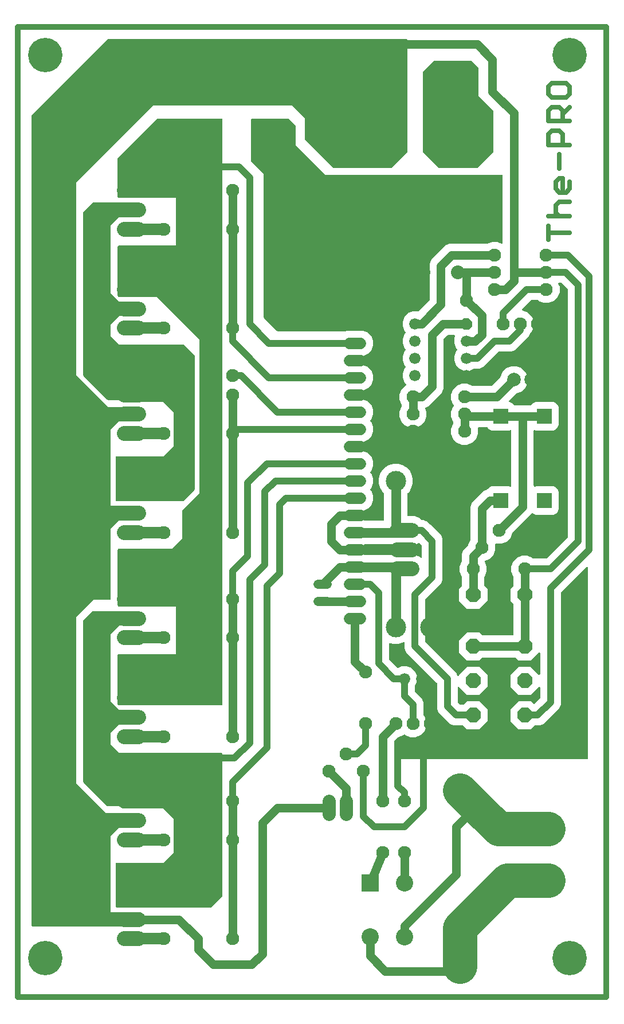
<source format=gbr>
G04 EAGLE Gerber RS-274X export*
G75*
%MOMM*%
%FSLAX34Y34*%
%LPD*%
%INBottom Copper*%
%IPPOS*%
%AMOC8*%
G01*
%ADD10C,0.6858*%
%ADD11C,2.184*%
%ADD12C,1.93*%
%ADD13P,2.364X8X112.5*%
%ADD14P,1.815X8X112.5*%
%ADD15C,1.676*%
%ADD16C,1.676*%
%ADD17C,3*%
%ADD18C,3.5*%
%ADD19R,2.54X2.54*%
%ADD20C,2.54*%
%ADD21C,1.321*%
%ADD22C,5*%
%ADD23C,2*%
%ADD24C,3.81*%
%ADD25R,3.81X3.81*%
%ADD26C,2.032*%
%ADD27R,2.184X2.184*%
%ADD28C,1.93*%
%ADD29C,0.254*%
%ADD30C,1.016*%
%ADD31C,5.08*%
%ADD32C,1.27*%
%ADD33C,6.452*%
%ADD34C,0.8128*%
%ADD35C,5.08*%
%ADD36C,1.422*%
G36*
X862629Y372307D02*
X862629Y372307D01*
X862622Y372188D01*
X862609Y372150D01*
X862604Y372109D01*
X862561Y371999D01*
X862524Y371886D01*
X862502Y371851D01*
X862487Y371814D01*
X862417Y371718D01*
X862354Y371617D01*
X862324Y371589D01*
X862301Y371556D01*
X862209Y371480D01*
X862122Y371399D01*
X862087Y371379D01*
X862056Y371354D01*
X861948Y371303D01*
X861844Y371245D01*
X861804Y371235D01*
X861768Y371218D01*
X861651Y371196D01*
X861536Y371166D01*
X861475Y371162D01*
X861455Y371158D01*
X861435Y371160D01*
X861375Y371156D01*
X577530Y371156D01*
X577412Y371171D01*
X577293Y371178D01*
X577255Y371191D01*
X577214Y371196D01*
X577104Y371239D01*
X576991Y371276D01*
X576956Y371298D01*
X576919Y371313D01*
X576823Y371382D01*
X576722Y371446D01*
X576694Y371476D01*
X576661Y371499D01*
X576585Y371591D01*
X576504Y371678D01*
X576484Y371713D01*
X576459Y371744D01*
X576408Y371852D01*
X576350Y371956D01*
X576340Y371996D01*
X576323Y372032D01*
X576301Y372149D01*
X576271Y372264D01*
X576267Y372324D01*
X576263Y372344D01*
X576265Y372365D01*
X576261Y372425D01*
X576261Y396810D01*
X576273Y396908D01*
X576276Y397008D01*
X576293Y397066D01*
X576301Y397126D01*
X576337Y397218D01*
X576365Y397313D01*
X576395Y397365D01*
X576418Y397422D01*
X576476Y397502D01*
X576526Y397587D01*
X576592Y397662D01*
X576604Y397679D01*
X576614Y397687D01*
X576632Y397708D01*
X581965Y403041D01*
X582043Y403101D01*
X582116Y403169D01*
X582169Y403198D01*
X582216Y403235D01*
X582307Y403275D01*
X582394Y403323D01*
X582453Y403338D01*
X582508Y403362D01*
X582606Y403377D01*
X582702Y403402D01*
X582719Y403403D01*
X590023Y406429D01*
X590602Y407008D01*
X590696Y407081D01*
X590786Y407160D01*
X590822Y407178D01*
X590854Y407203D01*
X590963Y407250D01*
X591069Y407304D01*
X591108Y407313D01*
X591146Y407329D01*
X591263Y407348D01*
X591379Y407374D01*
X591420Y407373D01*
X591460Y407379D01*
X591578Y407368D01*
X591697Y407364D01*
X591736Y407353D01*
X591776Y407349D01*
X591888Y407309D01*
X592003Y407276D01*
X592038Y407255D01*
X592076Y407242D01*
X592174Y407175D01*
X592277Y407114D01*
X592322Y407075D01*
X592339Y407063D01*
X592352Y407048D01*
X592397Y407008D01*
X592977Y406429D01*
X600259Y403412D01*
X608141Y403412D01*
X615423Y406429D01*
X620996Y412002D01*
X624013Y419284D01*
X624013Y427166D01*
X620996Y434448D01*
X619812Y435632D01*
X619752Y435710D01*
X619684Y435782D01*
X619655Y435835D01*
X619618Y435883D01*
X619578Y435974D01*
X619530Y436061D01*
X619515Y436119D01*
X619491Y436175D01*
X619476Y436273D01*
X619451Y436369D01*
X619445Y436469D01*
X619441Y436489D01*
X619443Y436501D01*
X619441Y436529D01*
X619441Y454832D01*
X617120Y460433D01*
X607112Y470441D01*
X607052Y470519D01*
X606984Y470592D01*
X606955Y470645D01*
X606918Y470692D01*
X606878Y470783D01*
X606830Y470870D01*
X606815Y470929D01*
X606791Y470984D01*
X606776Y471082D01*
X606751Y471178D01*
X606745Y471278D01*
X606741Y471298D01*
X606743Y471311D01*
X606741Y471339D01*
X606741Y478392D01*
X606753Y478490D01*
X606756Y478589D01*
X606773Y478647D01*
X606781Y478707D01*
X606817Y478799D01*
X606845Y478894D01*
X606875Y478947D01*
X606898Y479003D01*
X606956Y479083D01*
X607006Y479168D01*
X607072Y479243D01*
X607084Y479260D01*
X607094Y479268D01*
X607113Y479289D01*
X607220Y479396D01*
X610043Y486212D01*
X610043Y493588D01*
X607220Y500404D01*
X602004Y505620D01*
X595188Y508443D01*
X587812Y508443D01*
X582107Y506080D01*
X582079Y506072D01*
X582052Y506059D01*
X581925Y506030D01*
X581800Y505996D01*
X581771Y505995D01*
X581742Y505989D01*
X581612Y505993D01*
X581482Y505991D01*
X581454Y505998D01*
X581424Y505999D01*
X581299Y506035D01*
X581173Y506065D01*
X581147Y506079D01*
X581119Y506087D01*
X581007Y506153D01*
X580892Y506214D01*
X580870Y506233D01*
X580845Y506249D01*
X580724Y506355D01*
X569012Y518066D01*
X568952Y518144D01*
X568884Y518217D01*
X568855Y518270D01*
X568818Y518317D01*
X568778Y518408D01*
X568730Y518495D01*
X568715Y518554D01*
X568691Y518609D01*
X568676Y518707D01*
X568651Y518803D01*
X568645Y518903D01*
X568641Y518923D01*
X568643Y518936D01*
X568641Y518964D01*
X568641Y541120D01*
X568656Y541244D01*
X568666Y541370D01*
X568676Y541402D01*
X568681Y541435D01*
X568727Y541552D01*
X568767Y541671D01*
X568785Y541700D01*
X568798Y541731D01*
X568871Y541833D01*
X568940Y541938D01*
X568965Y541961D01*
X568984Y541988D01*
X569081Y542068D01*
X569174Y542154D01*
X569203Y542170D01*
X569229Y542191D01*
X569343Y542245D01*
X569454Y542304D01*
X569487Y542312D01*
X569517Y542327D01*
X569640Y542350D01*
X569763Y542380D01*
X569796Y542380D01*
X569829Y542386D01*
X569955Y542379D01*
X570081Y542377D01*
X570129Y542368D01*
X570147Y542367D01*
X570167Y542360D01*
X570238Y542346D01*
X575488Y540939D01*
X582112Y540939D01*
X588512Y542654D01*
X590230Y543646D01*
X590353Y543698D01*
X590472Y543754D01*
X590499Y543759D01*
X590524Y543769D01*
X590655Y543789D01*
X590785Y543814D01*
X590811Y543812D01*
X590838Y543816D01*
X590970Y543802D01*
X591102Y543794D01*
X591128Y543786D01*
X591154Y543783D01*
X591279Y543737D01*
X591404Y543696D01*
X591427Y543681D01*
X591453Y543672D01*
X591561Y543597D01*
X591673Y543526D01*
X591692Y543506D01*
X591714Y543491D01*
X591800Y543391D01*
X591891Y543294D01*
X591904Y543271D01*
X591922Y543250D01*
X591981Y543131D01*
X592045Y543016D01*
X592051Y542990D01*
X592063Y542965D01*
X592091Y542836D01*
X592124Y542708D01*
X592126Y542670D01*
X592130Y542654D01*
X592129Y542632D01*
X592134Y542547D01*
X592134Y534493D01*
X594455Y528892D01*
X639388Y483959D01*
X639448Y483881D01*
X639516Y483808D01*
X639545Y483755D01*
X639582Y483708D01*
X639622Y483617D01*
X639670Y483530D01*
X639685Y483471D01*
X639709Y483416D01*
X639724Y483318D01*
X639749Y483222D01*
X639755Y483122D01*
X639759Y483102D01*
X639757Y483089D01*
X639759Y483061D01*
X639759Y445593D01*
X642080Y439992D01*
X659067Y423005D01*
X664668Y420684D01*
X678000Y420684D01*
X678098Y420672D01*
X678197Y420669D01*
X678255Y420652D01*
X678315Y420644D01*
X678407Y420608D01*
X678502Y420580D01*
X678554Y420550D01*
X678611Y420527D01*
X678691Y420469D01*
X678776Y420419D01*
X678852Y420353D01*
X678868Y420341D01*
X678876Y420331D01*
X678897Y420313D01*
X684367Y414842D01*
X701833Y414842D01*
X714183Y427192D01*
X714183Y444658D01*
X701833Y457008D01*
X684367Y457008D01*
X678897Y451537D01*
X678819Y451477D01*
X678747Y451409D01*
X678694Y451380D01*
X678646Y451343D01*
X678555Y451303D01*
X678468Y451255D01*
X678410Y451240D01*
X678354Y451216D01*
X678256Y451201D01*
X678160Y451176D01*
X678060Y451170D01*
X678040Y451166D01*
X678028Y451168D01*
X678000Y451166D01*
X674539Y451166D01*
X674440Y451178D01*
X674341Y451181D01*
X674283Y451198D01*
X674223Y451206D01*
X674131Y451242D01*
X674036Y451270D01*
X673984Y451300D01*
X673927Y451323D01*
X673847Y451381D01*
X673762Y451431D01*
X673687Y451497D01*
X673670Y451509D01*
X673662Y451519D01*
X673641Y451537D01*
X670612Y454566D01*
X670552Y454644D01*
X670484Y454717D01*
X670455Y454770D01*
X670418Y454817D01*
X670378Y454908D01*
X670330Y454995D01*
X670315Y455054D01*
X670291Y455109D01*
X670276Y455207D01*
X670251Y455303D01*
X670245Y455403D01*
X670241Y455423D01*
X670243Y455436D01*
X670241Y455464D01*
X670241Y476705D01*
X670258Y476842D01*
X670271Y476981D01*
X670278Y477000D01*
X670281Y477020D01*
X670332Y477149D01*
X670379Y477280D01*
X670390Y477297D01*
X670398Y477316D01*
X670479Y477428D01*
X670557Y477543D01*
X670573Y477557D01*
X670584Y477573D01*
X670692Y477662D01*
X670796Y477754D01*
X670814Y477763D01*
X670829Y477776D01*
X670955Y477835D01*
X671079Y477898D01*
X671099Y477903D01*
X671117Y477911D01*
X671253Y477938D01*
X671389Y477968D01*
X671410Y477967D01*
X671429Y477971D01*
X671568Y477963D01*
X671707Y477958D01*
X671727Y477953D01*
X671747Y477952D01*
X671879Y477909D01*
X672013Y477870D01*
X672030Y477860D01*
X672049Y477853D01*
X672167Y477779D01*
X672287Y477708D01*
X672308Y477690D01*
X672318Y477683D01*
X672332Y477668D01*
X672407Y477602D01*
X684367Y465642D01*
X701833Y465642D01*
X714183Y477992D01*
X714183Y495458D01*
X701833Y507808D01*
X684367Y507808D01*
X672017Y495458D01*
X672017Y495024D01*
X672009Y494954D01*
X672010Y494885D01*
X671989Y494797D01*
X671977Y494708D01*
X671952Y494643D01*
X671935Y494575D01*
X671893Y494496D01*
X671860Y494412D01*
X671819Y494356D01*
X671787Y494294D01*
X671726Y494228D01*
X671674Y494155D01*
X671620Y494110D01*
X671573Y494059D01*
X671498Y494009D01*
X671429Y493952D01*
X671365Y493922D01*
X671307Y493884D01*
X671222Y493855D01*
X671141Y493817D01*
X671072Y493804D01*
X671006Y493781D01*
X670917Y493774D01*
X670829Y493757D01*
X670759Y493761D01*
X670689Y493756D01*
X670601Y493771D01*
X670511Y493777D01*
X670445Y493798D01*
X670376Y493810D01*
X670294Y493847D01*
X670209Y493875D01*
X670150Y493912D01*
X670086Y493941D01*
X670016Y493997D01*
X669940Y494045D01*
X669892Y494096D01*
X669838Y494139D01*
X669783Y494211D01*
X669722Y494276D01*
X669688Y494338D01*
X669646Y494393D01*
X669575Y494538D01*
X667920Y498533D01*
X622987Y543466D01*
X622927Y543544D01*
X622859Y543617D01*
X622830Y543670D01*
X622793Y543717D01*
X622753Y543808D01*
X622705Y543895D01*
X622690Y543954D01*
X622666Y544009D01*
X622651Y544107D01*
X622626Y544203D01*
X622620Y544303D01*
X622616Y544323D01*
X622618Y544336D01*
X622616Y544364D01*
X622616Y606886D01*
X622628Y606985D01*
X622631Y607084D01*
X622648Y607142D01*
X622656Y607202D01*
X622692Y607294D01*
X622720Y607389D01*
X622750Y607441D01*
X622773Y607498D01*
X622831Y607578D01*
X622881Y607663D01*
X622947Y607738D01*
X622959Y607755D01*
X622969Y607763D01*
X622987Y607784D01*
X641230Y626026D01*
X645695Y630492D01*
X648016Y636093D01*
X648016Y696132D01*
X645695Y701733D01*
X629999Y717430D01*
X625533Y721895D01*
X619932Y724216D01*
X617523Y724216D01*
X617424Y724228D01*
X617325Y724231D01*
X617267Y724248D01*
X617207Y724256D01*
X617115Y724292D01*
X617020Y724320D01*
X616968Y724350D01*
X616911Y724373D01*
X616831Y724431D01*
X616746Y724481D01*
X616670Y724547D01*
X616654Y724559D01*
X616646Y724569D01*
X616625Y724587D01*
X614364Y726848D01*
X606616Y730058D01*
X597342Y730058D01*
X597224Y730073D01*
X597105Y730080D01*
X597067Y730093D01*
X597026Y730098D01*
X596916Y730141D01*
X596803Y730178D01*
X596768Y730200D01*
X596731Y730215D01*
X596635Y730284D01*
X596534Y730348D01*
X596506Y730378D01*
X596473Y730401D01*
X596397Y730493D01*
X596316Y730580D01*
X596296Y730615D01*
X596271Y730646D01*
X596220Y730754D01*
X596162Y730858D01*
X596152Y730898D01*
X596135Y730934D01*
X596113Y731051D01*
X596083Y731166D01*
X596079Y731226D01*
X596075Y731246D01*
X596077Y731267D01*
X596073Y731327D01*
X596073Y763164D01*
X596085Y763263D01*
X596088Y763362D01*
X596105Y763420D01*
X596113Y763480D01*
X596149Y763572D01*
X596177Y763667D01*
X596207Y763719D01*
X596230Y763776D01*
X596288Y763856D01*
X596338Y763941D01*
X596404Y764016D01*
X596416Y764033D01*
X596426Y764041D01*
X596444Y764062D01*
X598934Y766551D01*
X602246Y772288D01*
X603961Y778688D01*
X603961Y785312D01*
X602246Y791712D01*
X598934Y797449D01*
X594249Y802134D01*
X588512Y805446D01*
X582112Y807161D01*
X575488Y807161D01*
X569088Y805446D01*
X563351Y802134D01*
X558666Y797449D01*
X555354Y791712D01*
X553639Y785312D01*
X553639Y778688D01*
X555354Y772288D01*
X558666Y766551D01*
X561156Y764062D01*
X561216Y763984D01*
X561284Y763911D01*
X561313Y763858D01*
X561350Y763811D01*
X561390Y763720D01*
X561438Y763633D01*
X561453Y763574D01*
X561477Y763519D01*
X561492Y763421D01*
X561517Y763325D01*
X561523Y763225D01*
X561527Y763205D01*
X561525Y763192D01*
X561527Y763164D01*
X561527Y724342D01*
X561512Y724224D01*
X561505Y724105D01*
X561492Y724067D01*
X561487Y724026D01*
X561444Y723916D01*
X561407Y723803D01*
X561385Y723768D01*
X561370Y723731D01*
X561301Y723635D01*
X561237Y723534D01*
X561207Y723506D01*
X561184Y723473D01*
X561092Y723397D01*
X561005Y723316D01*
X560970Y723296D01*
X560939Y723271D01*
X560831Y723220D01*
X560727Y723162D01*
X560687Y723152D01*
X560651Y723135D01*
X560534Y723113D01*
X560419Y723083D01*
X560359Y723079D01*
X560339Y723075D01*
X560318Y723077D01*
X560258Y723073D01*
X533864Y723073D01*
X533855Y723074D01*
X533845Y723073D01*
X533701Y723093D01*
X533672Y723095D01*
X533662Y723098D01*
X533548Y723113D01*
X533540Y723116D01*
X533531Y723117D01*
X533378Y723169D01*
X530545Y724343D01*
X518475Y724343D01*
X518357Y724358D01*
X518238Y724365D01*
X518200Y724378D01*
X518159Y724383D01*
X518049Y724426D01*
X517936Y724463D01*
X517901Y724485D01*
X517864Y724500D01*
X517768Y724569D01*
X517667Y724633D01*
X517639Y724663D01*
X517606Y724686D01*
X517530Y724778D01*
X517449Y724865D01*
X517429Y724900D01*
X517404Y724931D01*
X517353Y725039D01*
X517295Y725143D01*
X517285Y725183D01*
X517268Y725219D01*
X517246Y725336D01*
X517216Y725451D01*
X517212Y725511D01*
X517208Y725531D01*
X517210Y725552D01*
X517206Y725612D01*
X517206Y736788D01*
X517221Y736906D01*
X517228Y737025D01*
X517241Y737063D01*
X517246Y737104D01*
X517289Y737214D01*
X517326Y737327D01*
X517348Y737362D01*
X517363Y737399D01*
X517432Y737495D01*
X517496Y737596D01*
X517526Y737624D01*
X517549Y737657D01*
X517641Y737733D01*
X517728Y737814D01*
X517763Y737834D01*
X517794Y737859D01*
X517902Y737910D01*
X518006Y737968D01*
X518046Y737978D01*
X518082Y737995D01*
X518199Y738017D01*
X518314Y738047D01*
X518374Y738051D01*
X518394Y738055D01*
X518415Y738053D01*
X518475Y738057D01*
X530545Y738057D01*
X537361Y740880D01*
X542577Y746096D01*
X545400Y752912D01*
X545400Y760288D01*
X542577Y767104D01*
X541278Y768403D01*
X541205Y768497D01*
X541126Y768586D01*
X541108Y768622D01*
X541083Y768654D01*
X541036Y768763D01*
X540982Y768869D01*
X540973Y768908D01*
X540957Y768946D01*
X540938Y769063D01*
X540912Y769179D01*
X540913Y769220D01*
X540907Y769260D01*
X540918Y769378D01*
X540922Y769497D01*
X540933Y769536D01*
X540937Y769576D01*
X540977Y769688D01*
X541010Y769803D01*
X541030Y769838D01*
X541044Y769876D01*
X541111Y769974D01*
X541172Y770077D01*
X541211Y770122D01*
X541223Y770139D01*
X541238Y770152D01*
X541278Y770198D01*
X542577Y771496D01*
X545400Y778312D01*
X545400Y785688D01*
X542577Y792504D01*
X541278Y793803D01*
X541205Y793897D01*
X541126Y793986D01*
X541108Y794022D01*
X541083Y794054D01*
X541036Y794163D01*
X540982Y794269D01*
X540973Y794308D01*
X540957Y794346D01*
X540938Y794463D01*
X540912Y794579D01*
X540913Y794620D01*
X540907Y794660D01*
X540918Y794778D01*
X540922Y794897D01*
X540933Y794936D01*
X540937Y794976D01*
X540977Y795088D01*
X541010Y795203D01*
X541030Y795238D01*
X541044Y795276D01*
X541111Y795374D01*
X541172Y795477D01*
X541211Y795522D01*
X541223Y795539D01*
X541238Y795552D01*
X541278Y795598D01*
X542577Y796896D01*
X545400Y803712D01*
X545400Y811088D01*
X542577Y817904D01*
X537361Y823120D01*
X530545Y825943D01*
X518475Y825943D01*
X518357Y825958D01*
X518238Y825965D01*
X518200Y825978D01*
X518159Y825983D01*
X518049Y826026D01*
X517936Y826063D01*
X517901Y826085D01*
X517864Y826100D01*
X517768Y826169D01*
X517667Y826233D01*
X517639Y826263D01*
X517606Y826286D01*
X517530Y826378D01*
X517449Y826465D01*
X517429Y826500D01*
X517404Y826531D01*
X517353Y826639D01*
X517295Y826743D01*
X517285Y826783D01*
X517268Y826819D01*
X517246Y826936D01*
X517216Y827051D01*
X517212Y827111D01*
X517208Y827131D01*
X517210Y827152D01*
X517206Y827212D01*
X517206Y838388D01*
X517221Y838506D01*
X517228Y838625D01*
X517241Y838663D01*
X517246Y838704D01*
X517289Y838814D01*
X517326Y838927D01*
X517348Y838962D01*
X517363Y838999D01*
X517432Y839095D01*
X517496Y839196D01*
X517526Y839224D01*
X517549Y839257D01*
X517641Y839333D01*
X517728Y839414D01*
X517763Y839434D01*
X517794Y839459D01*
X517902Y839510D01*
X518006Y839568D01*
X518046Y839578D01*
X518082Y839595D01*
X518199Y839617D01*
X518314Y839647D01*
X518374Y839651D01*
X518394Y839655D01*
X518415Y839653D01*
X518475Y839657D01*
X530545Y839657D01*
X537361Y842480D01*
X542577Y847696D01*
X545400Y854512D01*
X545400Y861888D01*
X542577Y868704D01*
X541278Y870003D01*
X541205Y870097D01*
X541126Y870186D01*
X541108Y870222D01*
X541083Y870254D01*
X541036Y870363D01*
X540982Y870469D01*
X540973Y870508D01*
X540957Y870546D01*
X540938Y870663D01*
X540912Y870779D01*
X540913Y870820D01*
X540907Y870860D01*
X540918Y870978D01*
X540922Y871097D01*
X540933Y871136D01*
X540937Y871176D01*
X540977Y871288D01*
X541010Y871403D01*
X541030Y871438D01*
X541044Y871476D01*
X541111Y871574D01*
X541172Y871677D01*
X541211Y871722D01*
X541223Y871739D01*
X541238Y871752D01*
X541278Y871798D01*
X542577Y873096D01*
X545400Y879912D01*
X545400Y887288D01*
X542577Y894104D01*
X537361Y899320D01*
X530545Y902143D01*
X518475Y902143D01*
X518357Y902158D01*
X518238Y902165D01*
X518200Y902178D01*
X518159Y902183D01*
X518049Y902226D01*
X517936Y902263D01*
X517901Y902285D01*
X517864Y902300D01*
X517768Y902369D01*
X517667Y902433D01*
X517639Y902463D01*
X517606Y902486D01*
X517530Y902578D01*
X517449Y902665D01*
X517429Y902700D01*
X517404Y902731D01*
X517353Y902839D01*
X517295Y902943D01*
X517285Y902983D01*
X517268Y903019D01*
X517246Y903136D01*
X517216Y903251D01*
X517212Y903311D01*
X517208Y903331D01*
X517210Y903352D01*
X517206Y903412D01*
X517206Y914588D01*
X517221Y914706D01*
X517228Y914825D01*
X517241Y914863D01*
X517246Y914904D01*
X517289Y915014D01*
X517326Y915127D01*
X517348Y915162D01*
X517363Y915199D01*
X517432Y915295D01*
X517496Y915396D01*
X517526Y915424D01*
X517549Y915457D01*
X517641Y915533D01*
X517728Y915614D01*
X517763Y915634D01*
X517794Y915659D01*
X517902Y915710D01*
X518006Y915768D01*
X518046Y915778D01*
X518082Y915795D01*
X518199Y915817D01*
X518314Y915847D01*
X518374Y915851D01*
X518394Y915855D01*
X518415Y915853D01*
X518475Y915857D01*
X530545Y915857D01*
X537361Y918680D01*
X542577Y923896D01*
X545400Y930712D01*
X545400Y938088D01*
X542577Y944904D01*
X537361Y950120D01*
X530545Y952943D01*
X518475Y952943D01*
X518357Y952958D01*
X518238Y952965D01*
X518200Y952978D01*
X518159Y952983D01*
X518049Y953026D01*
X517936Y953063D01*
X517901Y953085D01*
X517864Y953100D01*
X517768Y953169D01*
X517667Y953233D01*
X517639Y953263D01*
X517606Y953286D01*
X517530Y953378D01*
X517449Y953465D01*
X517429Y953500D01*
X517404Y953531D01*
X517353Y953639D01*
X517295Y953743D01*
X517285Y953783D01*
X517268Y953819D01*
X517246Y953936D01*
X517216Y954051D01*
X517212Y954111D01*
X517208Y954131D01*
X517210Y954152D01*
X517206Y954212D01*
X517206Y965388D01*
X517221Y965506D01*
X517228Y965625D01*
X517241Y965663D01*
X517246Y965704D01*
X517289Y965814D01*
X517326Y965927D01*
X517348Y965962D01*
X517363Y965999D01*
X517432Y966095D01*
X517496Y966196D01*
X517526Y966224D01*
X517549Y966257D01*
X517641Y966333D01*
X517728Y966414D01*
X517763Y966434D01*
X517794Y966459D01*
X517902Y966510D01*
X518006Y966568D01*
X518046Y966578D01*
X518082Y966595D01*
X518199Y966617D01*
X518314Y966647D01*
X518374Y966651D01*
X518394Y966655D01*
X518415Y966653D01*
X518475Y966657D01*
X530545Y966657D01*
X537361Y969480D01*
X542577Y974696D01*
X545400Y981512D01*
X545400Y988888D01*
X542577Y995704D01*
X537361Y1000920D01*
X530545Y1003743D01*
X506405Y1003743D01*
X504798Y1003077D01*
X504789Y1003075D01*
X504781Y1003070D01*
X504637Y1003033D01*
X504492Y1002993D01*
X504482Y1002993D01*
X504473Y1002991D01*
X504313Y1002981D01*
X404175Y1002981D01*
X404077Y1002993D01*
X403978Y1002996D01*
X403920Y1003013D01*
X403859Y1003021D01*
X403767Y1003057D01*
X403672Y1003085D01*
X403620Y1003115D01*
X403564Y1003138D01*
X403484Y1003196D01*
X403398Y1003246D01*
X403323Y1003312D01*
X403306Y1003324D01*
X403299Y1003334D01*
X403277Y1003352D01*
X384227Y1022402D01*
X384167Y1022481D01*
X384099Y1022553D01*
X384070Y1022606D01*
X384033Y1022654D01*
X383993Y1022745D01*
X383945Y1022831D01*
X383930Y1022890D01*
X383906Y1022946D01*
X383891Y1023044D01*
X383866Y1023139D01*
X383860Y1023239D01*
X383856Y1023260D01*
X383858Y1023272D01*
X383856Y1023300D01*
X383856Y1235499D01*
X365177Y1254177D01*
X365117Y1254256D01*
X365049Y1254328D01*
X365020Y1254381D01*
X364983Y1254429D01*
X364943Y1254520D01*
X364895Y1254606D01*
X364880Y1254665D01*
X364856Y1254721D01*
X364841Y1254819D01*
X364816Y1254914D01*
X364810Y1255014D01*
X364806Y1255035D01*
X364808Y1255047D01*
X364806Y1255075D01*
X364806Y1315400D01*
X364821Y1315518D01*
X364828Y1315637D01*
X364841Y1315675D01*
X364846Y1315716D01*
X364889Y1315826D01*
X364926Y1315939D01*
X364948Y1315974D01*
X364963Y1316011D01*
X365032Y1316107D01*
X365096Y1316208D01*
X365126Y1316236D01*
X365149Y1316269D01*
X365241Y1316344D01*
X365328Y1316426D01*
X365363Y1316446D01*
X365394Y1316471D01*
X365502Y1316522D01*
X365606Y1316580D01*
X365646Y1316590D01*
X365682Y1316607D01*
X365799Y1316629D01*
X365914Y1316659D01*
X365974Y1316663D01*
X365994Y1316667D01*
X366015Y1316665D01*
X366075Y1316669D01*
X420050Y1316669D01*
X420148Y1316657D01*
X420247Y1316654D01*
X420305Y1316637D01*
X420366Y1316629D01*
X420458Y1316593D01*
X420553Y1316565D01*
X420605Y1316535D01*
X420661Y1316512D01*
X420741Y1316454D01*
X420827Y1316404D01*
X420902Y1316338D01*
X420919Y1316326D01*
X420926Y1316316D01*
X420947Y1316297D01*
X430472Y1306772D01*
X430533Y1306694D01*
X430601Y1306622D01*
X430630Y1306569D01*
X430667Y1306521D01*
X430707Y1306430D01*
X430755Y1306344D01*
X430770Y1306285D01*
X430794Y1306229D01*
X430809Y1306131D01*
X430834Y1306036D01*
X430840Y1305936D01*
X430844Y1305915D01*
X430842Y1305903D01*
X430844Y1305875D01*
X430844Y1277826D01*
X474551Y1234119D01*
X735645Y1234119D01*
X735763Y1234104D01*
X735882Y1234097D01*
X735920Y1234084D01*
X735961Y1234079D01*
X736071Y1234036D01*
X736184Y1233999D01*
X736219Y1233977D01*
X736256Y1233962D01*
X736352Y1233892D01*
X736453Y1233829D01*
X736481Y1233799D01*
X736514Y1233776D01*
X736590Y1233684D01*
X736671Y1233597D01*
X736691Y1233562D01*
X736716Y1233531D01*
X736767Y1233423D01*
X736825Y1233319D01*
X736835Y1233279D01*
X736852Y1233243D01*
X736874Y1233126D01*
X736904Y1233011D01*
X736908Y1232950D01*
X736912Y1232930D01*
X736910Y1232910D01*
X736914Y1232850D01*
X736914Y1133723D01*
X736908Y1133673D01*
X736910Y1133624D01*
X736888Y1133516D01*
X736874Y1133407D01*
X736856Y1133361D01*
X736846Y1133312D01*
X736798Y1133213D01*
X736757Y1133111D01*
X736728Y1133071D01*
X736706Y1133026D01*
X736635Y1132943D01*
X736571Y1132854D01*
X736532Y1132822D01*
X736500Y1132784D01*
X736410Y1132721D01*
X736326Y1132651D01*
X736281Y1132630D01*
X736240Y1132601D01*
X736137Y1132562D01*
X736038Y1132516D01*
X735989Y1132506D01*
X735943Y1132489D01*
X735833Y1132476D01*
X735726Y1132456D01*
X735676Y1132459D01*
X735627Y1132453D01*
X735518Y1132469D01*
X735408Y1132476D01*
X735361Y1132491D01*
X735312Y1132498D01*
X735159Y1132550D01*
X728791Y1135188D01*
X720909Y1135188D01*
X713593Y1132157D01*
X713563Y1132129D01*
X713510Y1132100D01*
X713462Y1132063D01*
X713371Y1132023D01*
X713284Y1131975D01*
X713226Y1131960D01*
X713170Y1131936D01*
X713072Y1131921D01*
X712976Y1131896D01*
X712876Y1131890D01*
X712856Y1131886D01*
X712844Y1131888D01*
X712816Y1131886D01*
X658066Y1131886D01*
X651997Y1129372D01*
X631478Y1108853D01*
X628964Y1102784D01*
X628964Y1049715D01*
X628952Y1049617D01*
X628949Y1049517D01*
X628932Y1049459D01*
X628924Y1049399D01*
X628888Y1049307D01*
X628860Y1049212D01*
X628830Y1049160D01*
X628807Y1049103D01*
X628749Y1049023D01*
X628699Y1048938D01*
X628633Y1048863D01*
X628621Y1048846D01*
X628611Y1048838D01*
X628593Y1048817D01*
X612391Y1032616D01*
X612368Y1032598D01*
X612349Y1032575D01*
X612243Y1032501D01*
X612140Y1032421D01*
X612113Y1032409D01*
X612089Y1032392D01*
X611967Y1032346D01*
X611848Y1032295D01*
X611819Y1032290D01*
X611791Y1032279D01*
X611662Y1032265D01*
X611534Y1032245D01*
X611505Y1032247D01*
X611475Y1032244D01*
X611347Y1032262D01*
X611217Y1032275D01*
X611190Y1032285D01*
X611160Y1032289D01*
X611075Y1032318D01*
X603687Y1032318D01*
X596871Y1029495D01*
X591655Y1024279D01*
X588832Y1017463D01*
X588832Y1010087D01*
X591655Y1003271D01*
X592954Y1001972D01*
X593027Y1001878D01*
X593106Y1001789D01*
X593124Y1001753D01*
X593149Y1001721D01*
X593196Y1001612D01*
X593250Y1001506D01*
X593259Y1001467D01*
X593275Y1001429D01*
X593294Y1001312D01*
X593320Y1001196D01*
X593319Y1001155D01*
X593325Y1001115D01*
X593314Y1000997D01*
X593310Y1000878D01*
X593299Y1000839D01*
X593295Y1000799D01*
X593255Y1000687D01*
X593222Y1000572D01*
X593202Y1000537D01*
X593188Y1000499D01*
X593121Y1000401D01*
X593060Y1000298D01*
X593021Y1000253D01*
X593009Y1000236D01*
X592994Y1000223D01*
X592954Y1000177D01*
X591655Y998879D01*
X588832Y992063D01*
X588832Y984687D01*
X591655Y977871D01*
X592954Y976573D01*
X593027Y976478D01*
X593106Y976389D01*
X593124Y976353D01*
X593149Y976321D01*
X593196Y976212D01*
X593250Y976106D01*
X593259Y976067D01*
X593275Y976029D01*
X593294Y975912D01*
X593320Y975796D01*
X593319Y975755D01*
X593325Y975715D01*
X593314Y975597D01*
X593310Y975478D01*
X593299Y975439D01*
X593295Y975399D01*
X593255Y975286D01*
X593222Y975172D01*
X593202Y975138D01*
X593188Y975099D01*
X593121Y975001D01*
X593061Y974898D01*
X593021Y974853D01*
X593009Y974836D01*
X592994Y974823D01*
X592954Y974778D01*
X591655Y973479D01*
X588832Y966663D01*
X588832Y959287D01*
X591655Y952471D01*
X592954Y951173D01*
X593027Y951078D01*
X593106Y950989D01*
X593124Y950953D01*
X593149Y950921D01*
X593196Y950812D01*
X593250Y950706D01*
X593259Y950667D01*
X593275Y950629D01*
X593294Y950512D01*
X593320Y950396D01*
X593319Y950355D01*
X593325Y950315D01*
X593314Y950197D01*
X593310Y950078D01*
X593299Y950039D01*
X593295Y949999D01*
X593255Y949886D01*
X593222Y949772D01*
X593202Y949738D01*
X593188Y949699D01*
X593121Y949601D01*
X593061Y949498D01*
X593021Y949453D01*
X593009Y949436D01*
X592994Y949423D01*
X592954Y949378D01*
X591655Y948079D01*
X588832Y941263D01*
X588832Y933887D01*
X591655Y927071D01*
X593846Y924881D01*
X593876Y924842D01*
X593913Y924808D01*
X593973Y924716D01*
X594041Y924630D01*
X594060Y924584D01*
X594088Y924542D01*
X594123Y924439D01*
X594167Y924338D01*
X594175Y924289D01*
X594191Y924242D01*
X594200Y924132D01*
X594217Y924024D01*
X594212Y923974D01*
X594216Y923925D01*
X594197Y923816D01*
X594187Y923707D01*
X594170Y923660D01*
X594162Y923611D01*
X594117Y923511D01*
X594079Y923408D01*
X594052Y923367D01*
X594031Y923321D01*
X593963Y923236D01*
X593901Y923145D01*
X593864Y923112D01*
X593833Y923073D01*
X593745Y923007D01*
X593662Y922934D01*
X593618Y922911D01*
X593579Y922882D01*
X593434Y922811D01*
X592977Y922621D01*
X587404Y917048D01*
X584387Y909766D01*
X584387Y901884D01*
X587418Y894568D01*
X587446Y894538D01*
X587475Y894485D01*
X587512Y894437D01*
X587552Y894346D01*
X587600Y894259D01*
X587615Y894201D01*
X587639Y894145D01*
X587654Y894047D01*
X587679Y893951D01*
X587685Y893851D01*
X587689Y893831D01*
X587687Y893819D01*
X587689Y893791D01*
X587689Y892459D01*
X587677Y892361D01*
X587674Y892262D01*
X587657Y892204D01*
X587649Y892144D01*
X587613Y892052D01*
X587585Y891957D01*
X587555Y891905D01*
X587532Y891848D01*
X587474Y891768D01*
X587424Y891683D01*
X587413Y891670D01*
X584387Y884366D01*
X584387Y876484D01*
X587404Y869202D01*
X592977Y863629D01*
X600259Y860612D01*
X608141Y860612D01*
X615423Y863629D01*
X620996Y869202D01*
X624013Y876484D01*
X624013Y884366D01*
X622188Y888771D01*
X622157Y888885D01*
X622118Y888998D01*
X622115Y889038D01*
X622104Y889077D01*
X622102Y889196D01*
X622093Y889315D01*
X622100Y889355D01*
X622099Y889395D01*
X622127Y889511D01*
X622147Y889628D01*
X622164Y889665D01*
X622173Y889705D01*
X622229Y889810D01*
X622278Y889918D01*
X622303Y889950D01*
X622322Y889986D01*
X622402Y890074D01*
X622477Y890167D01*
X622509Y890191D01*
X622536Y890221D01*
X622636Y890286D01*
X622731Y890358D01*
X622785Y890385D01*
X622802Y890396D01*
X622821Y890402D01*
X622875Y890429D01*
X626253Y891828D01*
X646772Y912347D01*
X649286Y918416D01*
X649286Y990535D01*
X649298Y990633D01*
X649301Y990733D01*
X649318Y990791D01*
X649326Y990851D01*
X649362Y990943D01*
X649390Y991038D01*
X649420Y991090D01*
X649443Y991147D01*
X649501Y991227D01*
X649551Y991312D01*
X649617Y991387D01*
X649629Y991404D01*
X649639Y991412D01*
X649657Y991433D01*
X655117Y996893D01*
X655195Y996953D01*
X655268Y997021D01*
X655321Y997050D01*
X655368Y997087D01*
X655459Y997127D01*
X655546Y997175D01*
X655605Y997190D01*
X655660Y997214D01*
X655758Y997229D01*
X655854Y997254D01*
X655954Y997260D01*
X655974Y997264D01*
X655987Y997262D01*
X656015Y997264D01*
X665287Y997264D01*
X665336Y997258D01*
X665386Y997260D01*
X665493Y997238D01*
X665603Y997224D01*
X665649Y997206D01*
X665697Y997196D01*
X665796Y997148D01*
X665898Y997107D01*
X665938Y997078D01*
X665983Y997056D01*
X666067Y996985D01*
X666156Y996921D01*
X666187Y996882D01*
X666225Y996850D01*
X666288Y996760D01*
X666358Y996676D01*
X666380Y996631D01*
X666408Y996590D01*
X666447Y996487D01*
X666494Y996388D01*
X666503Y996339D01*
X666521Y996293D01*
X666533Y996183D01*
X666554Y996076D01*
X666551Y996026D01*
X666556Y995977D01*
X666541Y995868D01*
X666534Y995758D01*
X666519Y995711D01*
X666512Y995662D01*
X666460Y995509D01*
X665032Y992063D01*
X665032Y984687D01*
X667855Y977871D01*
X669154Y976573D01*
X669227Y976478D01*
X669306Y976389D01*
X669324Y976353D01*
X669349Y976321D01*
X669396Y976212D01*
X669450Y976106D01*
X669459Y976067D01*
X669475Y976029D01*
X669494Y975912D01*
X669520Y975796D01*
X669519Y975755D01*
X669525Y975715D01*
X669514Y975597D01*
X669510Y975478D01*
X669499Y975439D01*
X669495Y975399D01*
X669455Y975286D01*
X669422Y975172D01*
X669402Y975138D01*
X669388Y975099D01*
X669321Y975001D01*
X669261Y974898D01*
X669221Y974853D01*
X669209Y974836D01*
X669194Y974823D01*
X669154Y974778D01*
X667855Y973479D01*
X665032Y966663D01*
X665032Y959287D01*
X667855Y952471D01*
X673071Y947255D01*
X679887Y944432D01*
X687263Y944432D01*
X694079Y947255D01*
X694186Y947363D01*
X694264Y947423D01*
X694336Y947491D01*
X694389Y947520D01*
X694437Y947557D01*
X694528Y947597D01*
X694615Y947645D01*
X694673Y947660D01*
X694729Y947684D01*
X694827Y947699D01*
X694923Y947724D01*
X695013Y947730D01*
X695023Y947732D01*
X695029Y947731D01*
X695043Y947734D01*
X695055Y947732D01*
X695083Y947734D01*
X702482Y947734D01*
X708083Y950055D01*
X730791Y972763D01*
X730869Y972823D01*
X730942Y972891D01*
X730995Y972920D01*
X731042Y972957D01*
X731133Y972997D01*
X731220Y973045D01*
X731279Y973060D01*
X731334Y973084D01*
X731432Y973099D01*
X731528Y973124D01*
X731628Y973130D01*
X731648Y973134D01*
X731661Y973132D01*
X731689Y973134D01*
X750107Y973134D01*
X755708Y975455D01*
X775870Y995617D01*
X777937Y1000606D01*
X777942Y1000614D01*
X777944Y1000623D01*
X778020Y1000752D01*
X778095Y1000882D01*
X778101Y1000889D01*
X778106Y1000897D01*
X778212Y1001018D01*
X779746Y1002552D01*
X782763Y1009834D01*
X782763Y1017716D01*
X779746Y1024998D01*
X774173Y1030571D01*
X766891Y1033588D01*
X766106Y1033588D01*
X765968Y1033605D01*
X765829Y1033618D01*
X765810Y1033625D01*
X765790Y1033628D01*
X765661Y1033679D01*
X765530Y1033726D01*
X765513Y1033737D01*
X765494Y1033745D01*
X765382Y1033826D01*
X765267Y1033904D01*
X765253Y1033920D01*
X765237Y1033931D01*
X765148Y1034039D01*
X765056Y1034143D01*
X765047Y1034161D01*
X765034Y1034176D01*
X764975Y1034302D01*
X764912Y1034426D01*
X764907Y1034446D01*
X764899Y1034464D01*
X764873Y1034600D01*
X764842Y1034736D01*
X764843Y1034757D01*
X764839Y1034776D01*
X764848Y1034915D01*
X764852Y1035054D01*
X764857Y1035074D01*
X764859Y1035094D01*
X764901Y1035226D01*
X764940Y1035360D01*
X764950Y1035377D01*
X764957Y1035396D01*
X765031Y1035514D01*
X765102Y1035634D01*
X765120Y1035655D01*
X765127Y1035665D01*
X765142Y1035679D01*
X765208Y1035754D01*
X778416Y1048963D01*
X778494Y1049023D01*
X778567Y1049091D01*
X778620Y1049120D01*
X778667Y1049157D01*
X778758Y1049197D01*
X778845Y1049245D01*
X778904Y1049260D01*
X778959Y1049284D01*
X779057Y1049299D01*
X779153Y1049324D01*
X779253Y1049330D01*
X779273Y1049334D01*
X779286Y1049332D01*
X779314Y1049334D01*
X787746Y1049334D01*
X787844Y1049322D01*
X787943Y1049319D01*
X788001Y1049302D01*
X788061Y1049294D01*
X788153Y1049258D01*
X788248Y1049230D01*
X788301Y1049200D01*
X788357Y1049177D01*
X788437Y1049119D01*
X788522Y1049069D01*
X788563Y1049033D01*
X788567Y1049031D01*
X788572Y1049025D01*
X788598Y1049003D01*
X788614Y1048991D01*
X788622Y1048981D01*
X788643Y1048963D01*
X789827Y1047779D01*
X797109Y1044762D01*
X804991Y1044762D01*
X812273Y1047779D01*
X817846Y1053352D01*
X820863Y1060634D01*
X820863Y1068516D01*
X819014Y1072979D01*
X819001Y1073027D01*
X818980Y1073072D01*
X818959Y1073180D01*
X818930Y1073286D01*
X818929Y1073336D01*
X818920Y1073385D01*
X818927Y1073494D01*
X818925Y1073604D01*
X818937Y1073652D01*
X818940Y1073702D01*
X818973Y1073806D01*
X818999Y1073913D01*
X819022Y1073957D01*
X819038Y1074004D01*
X819096Y1074097D01*
X819148Y1074194D01*
X819181Y1074231D01*
X819208Y1074273D01*
X819288Y1074348D01*
X819362Y1074430D01*
X819403Y1074457D01*
X819439Y1074491D01*
X819536Y1074544D01*
X819627Y1074604D01*
X819674Y1074621D01*
X819718Y1074645D01*
X819824Y1074672D01*
X819928Y1074708D01*
X819978Y1074712D01*
X820026Y1074724D01*
X820187Y1074734D01*
X822786Y1074734D01*
X822885Y1074722D01*
X822984Y1074719D01*
X823042Y1074702D01*
X823102Y1074694D01*
X823194Y1074658D01*
X823289Y1074630D01*
X823341Y1074600D01*
X823398Y1074577D01*
X823478Y1074519D01*
X823563Y1074469D01*
X823638Y1074403D01*
X823655Y1074391D01*
X823663Y1074381D01*
X823684Y1074363D01*
X833063Y1064984D01*
X833123Y1064906D01*
X833191Y1064833D01*
X833220Y1064780D01*
X833257Y1064733D01*
X833297Y1064642D01*
X833345Y1064555D01*
X833360Y1064496D01*
X833384Y1064441D01*
X833399Y1064343D01*
X833424Y1064247D01*
X833430Y1064147D01*
X833434Y1064127D01*
X833432Y1064114D01*
X833434Y1064086D01*
X833434Y699939D01*
X833422Y699840D01*
X833419Y699741D01*
X833402Y699683D01*
X833394Y699623D01*
X833358Y699531D01*
X833330Y699436D01*
X833300Y699384D01*
X833277Y699327D01*
X833219Y699247D01*
X833169Y699162D01*
X833103Y699087D01*
X833091Y699070D01*
X833081Y699062D01*
X833063Y699041D01*
X801459Y667437D01*
X801381Y667377D01*
X801308Y667309D01*
X801255Y667280D01*
X801208Y667243D01*
X801117Y667203D01*
X801030Y667155D01*
X800971Y667140D01*
X800916Y667116D01*
X800818Y667101D01*
X800722Y667076D01*
X800622Y667070D01*
X800602Y667066D01*
X800589Y667068D01*
X800561Y667066D01*
X782604Y667066D01*
X782506Y667078D01*
X782407Y667081D01*
X782349Y667098D01*
X782289Y667106D01*
X782197Y667142D01*
X782102Y667170D01*
X782049Y667200D01*
X781993Y667223D01*
X781913Y667281D01*
X781828Y667331D01*
X781752Y667397D01*
X781736Y667409D01*
X781728Y667419D01*
X781707Y667437D01*
X780523Y668621D01*
X773241Y671638D01*
X765359Y671638D01*
X758077Y668621D01*
X752504Y663048D01*
X749487Y655766D01*
X749487Y647884D01*
X752518Y640568D01*
X752546Y640538D01*
X752575Y640485D01*
X752612Y640437D01*
X752652Y640346D01*
X752700Y640259D01*
X752715Y640201D01*
X752739Y640145D01*
X752754Y640047D01*
X752779Y639951D01*
X752785Y639851D01*
X752789Y639831D01*
X752787Y639819D01*
X752789Y639791D01*
X752789Y627555D01*
X752777Y627457D01*
X752774Y627358D01*
X752757Y627300D01*
X752749Y627240D01*
X752713Y627148D01*
X752685Y627053D01*
X752655Y627001D01*
X752632Y626944D01*
X752574Y626864D01*
X752524Y626779D01*
X752458Y626703D01*
X752446Y626687D01*
X752436Y626679D01*
X752418Y626658D01*
X748217Y622458D01*
X748217Y604992D01*
X752418Y600792D01*
X752478Y600714D01*
X752546Y600642D01*
X752575Y600589D01*
X752612Y600541D01*
X752652Y600450D01*
X752700Y600363D01*
X752715Y600305D01*
X752739Y600249D01*
X752754Y600151D01*
X752779Y600055D01*
X752785Y599955D01*
X752789Y599935D01*
X752787Y599923D01*
X752789Y599895D01*
X752789Y555305D01*
X752774Y555187D01*
X752767Y555068D01*
X752754Y555030D01*
X752749Y554989D01*
X752706Y554879D01*
X752669Y554766D01*
X752647Y554731D01*
X752632Y554694D01*
X752563Y554598D01*
X752499Y554497D01*
X752469Y554469D01*
X752446Y554436D01*
X752354Y554360D01*
X752267Y554279D01*
X752232Y554259D01*
X752201Y554234D01*
X752093Y554183D01*
X751989Y554125D01*
X751949Y554115D01*
X751913Y554098D01*
X751796Y554076D01*
X751681Y554046D01*
X751621Y554042D01*
X751601Y554038D01*
X751580Y554040D01*
X751520Y554036D01*
X706930Y554036D01*
X706832Y554048D01*
X706733Y554051D01*
X706675Y554068D01*
X706615Y554076D01*
X706523Y554112D01*
X706428Y554140D01*
X706376Y554170D01*
X706319Y554193D01*
X706239Y554251D01*
X706154Y554301D01*
X706078Y554367D01*
X706062Y554379D01*
X706054Y554389D01*
X706033Y554407D01*
X701833Y558608D01*
X684367Y558608D01*
X672017Y546258D01*
X672017Y528792D01*
X684367Y516442D01*
X701833Y516442D01*
X706033Y520643D01*
X706111Y520703D01*
X706183Y520771D01*
X706236Y520800D01*
X706284Y520837D01*
X706375Y520877D01*
X706462Y520925D01*
X706520Y520940D01*
X706576Y520964D01*
X706674Y520979D01*
X706770Y521004D01*
X706870Y521010D01*
X706890Y521014D01*
X706902Y521012D01*
X706930Y521014D01*
X755470Y521014D01*
X755568Y521002D01*
X755667Y520999D01*
X755725Y520982D01*
X755785Y520974D01*
X755877Y520938D01*
X755972Y520910D01*
X756024Y520880D01*
X756081Y520857D01*
X756161Y520799D01*
X756246Y520749D01*
X756322Y520683D01*
X756338Y520671D01*
X756346Y520661D01*
X756367Y520643D01*
X760567Y516442D01*
X778033Y516442D01*
X789993Y528402D01*
X790102Y528487D01*
X790209Y528576D01*
X790228Y528585D01*
X790244Y528597D01*
X790372Y528652D01*
X790497Y528711D01*
X790517Y528715D01*
X790536Y528723D01*
X790674Y528745D01*
X790810Y528771D01*
X790830Y528770D01*
X790850Y528773D01*
X790989Y528760D01*
X791127Y528752D01*
X791146Y528745D01*
X791166Y528743D01*
X791298Y528696D01*
X791429Y528653D01*
X791447Y528643D01*
X791466Y528636D01*
X791581Y528558D01*
X791698Y528483D01*
X791712Y528469D01*
X791729Y528457D01*
X791821Y528353D01*
X791916Y528252D01*
X791926Y528234D01*
X791939Y528219D01*
X792003Y528095D01*
X792070Y527973D01*
X792075Y527954D01*
X792084Y527936D01*
X792114Y527800D01*
X792149Y527665D01*
X792151Y527637D01*
X792154Y527625D01*
X792153Y527605D01*
X792159Y527505D01*
X792159Y496745D01*
X792142Y496608D01*
X792129Y496469D01*
X792122Y496450D01*
X792119Y496430D01*
X792068Y496301D01*
X792021Y496170D01*
X792010Y496153D01*
X792002Y496134D01*
X791921Y496022D01*
X791843Y495907D01*
X791827Y495893D01*
X791816Y495877D01*
X791708Y495788D01*
X791604Y495696D01*
X791586Y495687D01*
X791571Y495674D01*
X791445Y495615D01*
X791321Y495552D01*
X791301Y495547D01*
X791283Y495539D01*
X791147Y495512D01*
X791011Y495482D01*
X790990Y495483D01*
X790971Y495479D01*
X790832Y495487D01*
X790693Y495492D01*
X790673Y495497D01*
X790653Y495498D01*
X790521Y495541D01*
X790387Y495580D01*
X790370Y495590D01*
X790351Y495597D01*
X790233Y495671D01*
X790113Y495742D01*
X790092Y495760D01*
X790082Y495767D01*
X790068Y495782D01*
X789993Y495848D01*
X778033Y507808D01*
X760567Y507808D01*
X748217Y495458D01*
X748217Y477992D01*
X760567Y465642D01*
X778033Y465642D01*
X789993Y477602D01*
X790102Y477687D01*
X790209Y477776D01*
X790228Y477785D01*
X790244Y477797D01*
X790372Y477852D01*
X790497Y477911D01*
X790517Y477915D01*
X790536Y477923D01*
X790674Y477945D01*
X790810Y477971D01*
X790830Y477970D01*
X790850Y477973D01*
X790989Y477960D01*
X791127Y477952D01*
X791146Y477945D01*
X791166Y477943D01*
X791298Y477896D01*
X791429Y477853D01*
X791447Y477843D01*
X791466Y477836D01*
X791581Y477758D01*
X791698Y477683D01*
X791712Y477669D01*
X791729Y477657D01*
X791821Y477553D01*
X791916Y477452D01*
X791926Y477434D01*
X791939Y477419D01*
X792003Y477295D01*
X792070Y477173D01*
X792075Y477154D01*
X792084Y477136D01*
X792114Y477000D01*
X792149Y476865D01*
X792151Y476837D01*
X792154Y476825D01*
X792153Y476805D01*
X792159Y476705D01*
X792159Y461814D01*
X792147Y461715D01*
X792144Y461616D01*
X792127Y461558D01*
X792119Y461498D01*
X792083Y461406D01*
X792055Y461311D01*
X792025Y461259D01*
X792002Y461202D01*
X791944Y461122D01*
X791894Y461037D01*
X791828Y460962D01*
X791816Y460945D01*
X791806Y460937D01*
X791788Y460916D01*
X783853Y452982D01*
X783759Y452909D01*
X783670Y452830D01*
X783634Y452812D01*
X783602Y452787D01*
X783493Y452740D01*
X783387Y452686D01*
X783347Y452677D01*
X783310Y452661D01*
X783192Y452642D01*
X783077Y452616D01*
X783036Y452617D01*
X782996Y452611D01*
X782878Y452622D01*
X782759Y452626D01*
X782720Y452637D01*
X782680Y452641D01*
X782567Y452681D01*
X782453Y452714D01*
X782418Y452735D01*
X782380Y452748D01*
X782282Y452815D01*
X782179Y452876D01*
X782134Y452915D01*
X782117Y452927D01*
X782104Y452942D01*
X782058Y452982D01*
X778033Y457008D01*
X760567Y457008D01*
X748217Y444658D01*
X748217Y427192D01*
X760567Y414842D01*
X778033Y414842D01*
X783503Y420313D01*
X783581Y420373D01*
X783653Y420441D01*
X783706Y420470D01*
X783754Y420507D01*
X783845Y420547D01*
X783932Y420595D01*
X783990Y420610D01*
X784046Y420634D01*
X784144Y420649D01*
X784240Y420674D01*
X784340Y420680D01*
X784360Y420684D01*
X784372Y420682D01*
X784400Y420684D01*
X791382Y420684D01*
X796983Y423005D01*
X820320Y446342D01*
X822641Y451943D01*
X822641Y616411D01*
X822653Y616510D01*
X822656Y616609D01*
X822673Y616667D01*
X822681Y616727D01*
X822717Y616819D01*
X822745Y616914D01*
X822775Y616966D01*
X822798Y617023D01*
X822856Y617103D01*
X822906Y617188D01*
X822972Y617263D01*
X822984Y617280D01*
X822994Y617288D01*
X823012Y617309D01*
X860477Y654774D01*
X860587Y654859D01*
X860694Y654948D01*
X860713Y654956D01*
X860729Y654969D01*
X860857Y655024D01*
X860982Y655083D01*
X861002Y655087D01*
X861021Y655095D01*
X861159Y655117D01*
X861294Y655143D01*
X861315Y655142D01*
X861335Y655145D01*
X861474Y655132D01*
X861612Y655123D01*
X861631Y655117D01*
X861651Y655115D01*
X861783Y655068D01*
X861914Y655025D01*
X861932Y655014D01*
X861951Y655008D01*
X862066Y654929D01*
X862183Y654855D01*
X862197Y654840D01*
X862214Y654829D01*
X862306Y654725D01*
X862401Y654623D01*
X862411Y654606D01*
X862424Y654591D01*
X862487Y654467D01*
X862555Y654345D01*
X862560Y654325D01*
X862569Y654307D01*
X862599Y654171D01*
X862634Y654037D01*
X862636Y654009D01*
X862638Y653997D01*
X862638Y653977D01*
X862644Y653876D01*
X862644Y372425D01*
X862629Y372307D01*
G37*
G36*
X595932Y1267677D02*
X595932Y1267677D01*
X595929Y1267578D01*
X595912Y1267520D01*
X595904Y1267459D01*
X595868Y1267367D01*
X595840Y1267272D01*
X595810Y1267220D01*
X595787Y1267164D01*
X595729Y1267084D01*
X595679Y1266998D01*
X595613Y1266923D01*
X595601Y1266906D01*
X595591Y1266899D01*
X595572Y1266877D01*
X573347Y1244652D01*
X573269Y1244592D01*
X573197Y1244524D01*
X573144Y1244495D01*
X573096Y1244458D01*
X573005Y1244418D01*
X572919Y1244370D01*
X572860Y1244355D01*
X572804Y1244331D01*
X572706Y1244316D01*
X572611Y1244291D01*
X572511Y1244285D01*
X572490Y1244281D01*
X572478Y1244283D01*
X572450Y1244281D01*
X486725Y1244281D01*
X486627Y1244293D01*
X486528Y1244296D01*
X486470Y1244313D01*
X486409Y1244321D01*
X486317Y1244357D01*
X486222Y1244385D01*
X486170Y1244415D01*
X486114Y1244438D01*
X486034Y1244496D01*
X485948Y1244546D01*
X485873Y1244612D01*
X485856Y1244624D01*
X485849Y1244634D01*
X485827Y1244652D01*
X444552Y1285927D01*
X444492Y1286006D01*
X444424Y1286078D01*
X444395Y1286131D01*
X444358Y1286179D01*
X444318Y1286270D01*
X444270Y1286356D01*
X444255Y1286415D01*
X444231Y1286471D01*
X444216Y1286569D01*
X444191Y1286664D01*
X444185Y1286764D01*
X444181Y1286785D01*
X444183Y1286797D01*
X444181Y1286825D01*
X444181Y1318049D01*
X425874Y1336356D01*
X220551Y1336356D01*
X106994Y1222799D01*
X106994Y938101D01*
X153876Y891219D01*
X197800Y891219D01*
X197918Y891204D01*
X198037Y891197D01*
X198075Y891184D01*
X198116Y891179D01*
X198226Y891136D01*
X198339Y891099D01*
X198374Y891077D01*
X198411Y891062D01*
X198507Y890992D01*
X198608Y890929D01*
X198636Y890899D01*
X198669Y890876D01*
X198744Y890784D01*
X198826Y890697D01*
X198846Y890662D01*
X198871Y890631D01*
X198922Y890523D01*
X198980Y890419D01*
X198990Y890379D01*
X199007Y890343D01*
X199029Y890226D01*
X199059Y890111D01*
X199063Y890050D01*
X199067Y890030D01*
X199065Y890010D01*
X199069Y889950D01*
X199069Y870900D01*
X199054Y870782D01*
X199047Y870663D01*
X199034Y870625D01*
X199029Y870584D01*
X198986Y870474D01*
X198949Y870361D01*
X198927Y870326D01*
X198912Y870289D01*
X198842Y870193D01*
X198779Y870092D01*
X198749Y870064D01*
X198726Y870031D01*
X198634Y869955D01*
X198547Y869874D01*
X198512Y869854D01*
X198481Y869829D01*
X198373Y869778D01*
X198269Y869720D01*
X198229Y869710D01*
X198193Y869693D01*
X198076Y869671D01*
X197961Y869641D01*
X197900Y869637D01*
X197880Y869633D01*
X197860Y869635D01*
X197800Y869631D01*
X169751Y869631D01*
X157794Y857674D01*
X157794Y745169D01*
X200975Y745169D01*
X201093Y745154D01*
X201212Y745147D01*
X201250Y745134D01*
X201291Y745129D01*
X201401Y745086D01*
X201514Y745049D01*
X201549Y745027D01*
X201586Y745012D01*
X201682Y744942D01*
X201783Y744879D01*
X201811Y744849D01*
X201844Y744826D01*
X201919Y744734D01*
X202001Y744647D01*
X202021Y744612D01*
X202046Y744581D01*
X202097Y744473D01*
X202155Y744369D01*
X202165Y744329D01*
X202182Y744293D01*
X202204Y744176D01*
X202234Y744061D01*
X202238Y744000D01*
X202242Y743980D01*
X202240Y743960D01*
X202244Y743900D01*
X202244Y724850D01*
X202229Y724732D01*
X202222Y724613D01*
X202209Y724575D01*
X202204Y724534D01*
X202161Y724424D01*
X202124Y724311D01*
X202102Y724276D01*
X202087Y724239D01*
X202017Y724143D01*
X201954Y724042D01*
X201924Y724014D01*
X201901Y723981D01*
X201809Y723905D01*
X201722Y723824D01*
X201687Y723804D01*
X201656Y723779D01*
X201548Y723728D01*
X201444Y723670D01*
X201404Y723660D01*
X201368Y723643D01*
X201251Y723621D01*
X201136Y723591D01*
X201075Y723587D01*
X201055Y723583D01*
X201035Y723585D01*
X200975Y723581D01*
X169751Y723581D01*
X157794Y711624D01*
X157794Y607375D01*
X157779Y607257D01*
X157772Y607138D01*
X157759Y607100D01*
X157754Y607059D01*
X157711Y606949D01*
X157674Y606836D01*
X157652Y606801D01*
X157637Y606764D01*
X157567Y606668D01*
X157504Y606567D01*
X157474Y606539D01*
X157451Y606506D01*
X157359Y606430D01*
X157272Y606349D01*
X157237Y606329D01*
X157206Y606304D01*
X157098Y606253D01*
X156994Y606195D01*
X156954Y606185D01*
X156918Y606168D01*
X156801Y606146D01*
X156686Y606116D01*
X156625Y606112D01*
X156605Y606108D01*
X156585Y606110D01*
X156525Y606106D01*
X131651Y606106D01*
X106994Y581449D01*
X106994Y334851D01*
X150701Y291144D01*
X197800Y291144D01*
X197918Y291129D01*
X198037Y291122D01*
X198075Y291109D01*
X198116Y291104D01*
X198226Y291061D01*
X198339Y291024D01*
X198374Y291002D01*
X198411Y290987D01*
X198507Y290917D01*
X198608Y290854D01*
X198636Y290824D01*
X198669Y290801D01*
X198744Y290709D01*
X198826Y290622D01*
X198846Y290587D01*
X198871Y290556D01*
X198922Y290448D01*
X198980Y290344D01*
X198990Y290304D01*
X199007Y290268D01*
X199029Y290151D01*
X199059Y290036D01*
X199063Y289975D01*
X199067Y289955D01*
X199065Y289935D01*
X199069Y289875D01*
X199069Y270825D01*
X199054Y270707D01*
X199047Y270588D01*
X199034Y270550D01*
X199029Y270509D01*
X198986Y270399D01*
X198949Y270286D01*
X198927Y270251D01*
X198912Y270214D01*
X198842Y270118D01*
X198779Y270017D01*
X198749Y269989D01*
X198726Y269956D01*
X198634Y269880D01*
X198547Y269799D01*
X198512Y269779D01*
X198481Y269754D01*
X198373Y269703D01*
X198269Y269645D01*
X198229Y269635D01*
X198193Y269618D01*
X198076Y269596D01*
X197961Y269566D01*
X197900Y269562D01*
X197880Y269558D01*
X197860Y269560D01*
X197800Y269556D01*
X169751Y269556D01*
X157794Y257599D01*
X157794Y145094D01*
X200975Y145094D01*
X201093Y145079D01*
X201212Y145072D01*
X201250Y145059D01*
X201291Y145054D01*
X201401Y145011D01*
X201514Y144974D01*
X201549Y144952D01*
X201586Y144937D01*
X201682Y144867D01*
X201783Y144804D01*
X201811Y144774D01*
X201844Y144751D01*
X201919Y144659D01*
X202001Y144572D01*
X202021Y144537D01*
X202046Y144506D01*
X202097Y144398D01*
X202155Y144294D01*
X202165Y144254D01*
X202182Y144218D01*
X202204Y144101D01*
X202234Y143986D01*
X202238Y143925D01*
X202242Y143905D01*
X202240Y143885D01*
X202244Y143825D01*
X202244Y124775D01*
X202229Y124657D01*
X202222Y124538D01*
X202209Y124500D01*
X202204Y124459D01*
X202161Y124349D01*
X202124Y124236D01*
X202102Y124201D01*
X202087Y124164D01*
X202017Y124068D01*
X201954Y123967D01*
X201924Y123939D01*
X201901Y123906D01*
X201809Y123830D01*
X201722Y123749D01*
X201687Y123729D01*
X201656Y123704D01*
X201548Y123653D01*
X201444Y123595D01*
X201404Y123585D01*
X201368Y123568D01*
X201251Y123546D01*
X201136Y123516D01*
X201075Y123512D01*
X201055Y123508D01*
X201035Y123510D01*
X200975Y123506D01*
X42225Y123506D01*
X42107Y123521D01*
X41988Y123528D01*
X41950Y123541D01*
X41909Y123546D01*
X41799Y123589D01*
X41686Y123626D01*
X41651Y123648D01*
X41614Y123663D01*
X41518Y123732D01*
X41417Y123796D01*
X41389Y123826D01*
X41356Y123849D01*
X41280Y123941D01*
X41199Y124028D01*
X41179Y124063D01*
X41154Y124094D01*
X41103Y124202D01*
X41045Y124306D01*
X41035Y124346D01*
X41018Y124382D01*
X40996Y124499D01*
X40966Y124614D01*
X40962Y124674D01*
X40958Y124694D01*
X40960Y124715D01*
X40956Y124775D01*
X40956Y1321750D01*
X40968Y1321848D01*
X40971Y1321947D01*
X40988Y1322005D01*
X40996Y1322066D01*
X41032Y1322158D01*
X41060Y1322253D01*
X41090Y1322305D01*
X41113Y1322361D01*
X41171Y1322441D01*
X41221Y1322527D01*
X41287Y1322602D01*
X41299Y1322619D01*
X41309Y1322626D01*
X41327Y1322647D01*
X152452Y1433773D01*
X152531Y1433833D01*
X152603Y1433901D01*
X152656Y1433930D01*
X152704Y1433967D01*
X152795Y1434007D01*
X152881Y1434055D01*
X152940Y1434070D01*
X152996Y1434094D01*
X153094Y1434109D01*
X153189Y1434134D01*
X153289Y1434140D01*
X153310Y1434144D01*
X153322Y1434142D01*
X153350Y1434144D01*
X594675Y1434144D01*
X594793Y1434129D01*
X594912Y1434122D01*
X594950Y1434109D01*
X594991Y1434104D01*
X595101Y1434061D01*
X595214Y1434024D01*
X595249Y1434002D01*
X595286Y1433987D01*
X595382Y1433918D01*
X595483Y1433854D01*
X595511Y1433824D01*
X595544Y1433801D01*
X595619Y1433709D01*
X595701Y1433622D01*
X595721Y1433587D01*
X595746Y1433556D01*
X595797Y1433448D01*
X595855Y1433344D01*
X595865Y1433304D01*
X595882Y1433268D01*
X595904Y1433151D01*
X595934Y1433036D01*
X595938Y1432976D01*
X595942Y1432956D01*
X595940Y1432935D01*
X595944Y1432875D01*
X595944Y1267775D01*
X595932Y1267677D01*
G37*
G36*
X322879Y451682D02*
X322879Y451682D01*
X322872Y451563D01*
X322859Y451525D01*
X322854Y451484D01*
X322811Y451374D01*
X322774Y451261D01*
X322752Y451226D01*
X322737Y451189D01*
X322667Y451093D01*
X322604Y450992D01*
X322574Y450964D01*
X322551Y450931D01*
X322459Y450855D01*
X322372Y450774D01*
X322337Y450754D01*
X322306Y450729D01*
X322198Y450678D01*
X322094Y450620D01*
X322054Y450610D01*
X322018Y450593D01*
X321901Y450571D01*
X321786Y450541D01*
X321725Y450537D01*
X321705Y450533D01*
X321685Y450535D01*
X321625Y450531D01*
X169225Y450531D01*
X169107Y450546D01*
X168988Y450553D01*
X168950Y450566D01*
X168909Y450571D01*
X168799Y450614D01*
X168686Y450651D01*
X168651Y450673D01*
X168614Y450688D01*
X168518Y450757D01*
X168417Y450821D01*
X168389Y450851D01*
X168356Y450874D01*
X168280Y450966D01*
X168199Y451053D01*
X168179Y451088D01*
X168154Y451119D01*
X168103Y451227D01*
X168045Y451331D01*
X168035Y451371D01*
X168018Y451407D01*
X167996Y451524D01*
X167966Y451639D01*
X167962Y451699D01*
X167958Y451719D01*
X167960Y451740D01*
X167956Y451800D01*
X167956Y524825D01*
X167971Y524943D01*
X167978Y525062D01*
X167991Y525100D01*
X167996Y525141D01*
X168039Y525251D01*
X168076Y525364D01*
X168098Y525399D01*
X168113Y525436D01*
X168182Y525532D01*
X168246Y525633D01*
X168276Y525661D01*
X168299Y525694D01*
X168391Y525769D01*
X168478Y525851D01*
X168513Y525871D01*
X168544Y525896D01*
X168652Y525947D01*
X168756Y526005D01*
X168796Y526015D01*
X168832Y526032D01*
X168949Y526054D01*
X169064Y526084D01*
X169124Y526088D01*
X169144Y526092D01*
X169165Y526090D01*
X169225Y526094D01*
X253681Y526094D01*
X253681Y596581D01*
X169225Y596581D01*
X169107Y596596D01*
X168988Y596603D01*
X168950Y596616D01*
X168909Y596621D01*
X168799Y596664D01*
X168686Y596701D01*
X168651Y596723D01*
X168614Y596738D01*
X168518Y596807D01*
X168417Y596871D01*
X168389Y596901D01*
X168356Y596924D01*
X168280Y597016D01*
X168199Y597103D01*
X168179Y597138D01*
X168154Y597169D01*
X168103Y597277D01*
X168045Y597381D01*
X168035Y597421D01*
X168018Y597457D01*
X167996Y597574D01*
X167966Y597689D01*
X167962Y597749D01*
X167958Y597769D01*
X167960Y597790D01*
X167956Y597850D01*
X167956Y680400D01*
X167971Y680518D01*
X167978Y680637D01*
X167991Y680675D01*
X167996Y680716D01*
X168039Y680826D01*
X168076Y680939D01*
X168098Y680974D01*
X168113Y681011D01*
X168182Y681107D01*
X168246Y681208D01*
X168276Y681236D01*
X168299Y681269D01*
X168391Y681344D01*
X168478Y681426D01*
X168513Y681446D01*
X168544Y681471D01*
X168652Y681522D01*
X168756Y681580D01*
X168796Y681590D01*
X168832Y681607D01*
X168949Y681629D01*
X169064Y681659D01*
X169124Y681663D01*
X169144Y681667D01*
X169165Y681665D01*
X169225Y681669D01*
X248074Y681669D01*
X263206Y696801D01*
X263206Y737550D01*
X263218Y737648D01*
X263221Y737747D01*
X263238Y737805D01*
X263246Y737866D01*
X263282Y737958D01*
X263310Y738053D01*
X263340Y738105D01*
X263363Y738161D01*
X263421Y738241D01*
X263471Y738327D01*
X263537Y738402D01*
X263549Y738419D01*
X263559Y738426D01*
X263577Y738447D01*
X288606Y763476D01*
X288606Y991024D01*
X225849Y1053781D01*
X169225Y1053781D01*
X169107Y1053796D01*
X168988Y1053803D01*
X168950Y1053816D01*
X168909Y1053821D01*
X168799Y1053864D01*
X168686Y1053901D01*
X168651Y1053923D01*
X168614Y1053938D01*
X168518Y1054007D01*
X168417Y1054071D01*
X168389Y1054101D01*
X168356Y1054124D01*
X168280Y1054216D01*
X168199Y1054303D01*
X168179Y1054338D01*
X168154Y1054369D01*
X168103Y1054477D01*
X168045Y1054581D01*
X168035Y1054621D01*
X168018Y1054657D01*
X167996Y1054774D01*
X167966Y1054889D01*
X167962Y1054949D01*
X167958Y1054969D01*
X167960Y1054990D01*
X167956Y1055050D01*
X167956Y1128075D01*
X167971Y1128193D01*
X167978Y1128312D01*
X167991Y1128350D01*
X167996Y1128391D01*
X168039Y1128501D01*
X168076Y1128614D01*
X168098Y1128649D01*
X168113Y1128686D01*
X168182Y1128782D01*
X168246Y1128883D01*
X168276Y1128911D01*
X168299Y1128944D01*
X168391Y1129019D01*
X168478Y1129101D01*
X168513Y1129121D01*
X168544Y1129146D01*
X168652Y1129197D01*
X168756Y1129255D01*
X168796Y1129265D01*
X168832Y1129282D01*
X168949Y1129304D01*
X169064Y1129334D01*
X169124Y1129338D01*
X169144Y1129342D01*
X169165Y1129340D01*
X169225Y1129344D01*
X253681Y1129344D01*
X253681Y1199831D01*
X169225Y1199831D01*
X169107Y1199846D01*
X168988Y1199853D01*
X168950Y1199866D01*
X168909Y1199871D01*
X168799Y1199914D01*
X168686Y1199951D01*
X168651Y1199973D01*
X168614Y1199988D01*
X168518Y1200057D01*
X168417Y1200121D01*
X168389Y1200151D01*
X168356Y1200174D01*
X168280Y1200266D01*
X168199Y1200353D01*
X168179Y1200388D01*
X168154Y1200419D01*
X168103Y1200527D01*
X168045Y1200631D01*
X168035Y1200671D01*
X168018Y1200707D01*
X167996Y1200824D01*
X167966Y1200939D01*
X167962Y1200999D01*
X167958Y1201019D01*
X167960Y1201040D01*
X167956Y1201100D01*
X167956Y1258250D01*
X167968Y1258348D01*
X167971Y1258447D01*
X167988Y1258505D01*
X167996Y1258566D01*
X168032Y1258658D01*
X168060Y1258753D01*
X168090Y1258805D01*
X168113Y1258861D01*
X168171Y1258941D01*
X168221Y1259027D01*
X168287Y1259102D01*
X168299Y1259119D01*
X168309Y1259126D01*
X168327Y1259147D01*
X225477Y1316297D01*
X225556Y1316358D01*
X225628Y1316426D01*
X225681Y1316455D01*
X225729Y1316492D01*
X225820Y1316532D01*
X225906Y1316580D01*
X225965Y1316595D01*
X226021Y1316619D01*
X226119Y1316634D01*
X226214Y1316659D01*
X226314Y1316665D01*
X226335Y1316669D01*
X226347Y1316667D01*
X226375Y1316669D01*
X321625Y1316669D01*
X321743Y1316654D01*
X321862Y1316647D01*
X321900Y1316634D01*
X321941Y1316629D01*
X322051Y1316586D01*
X322164Y1316549D01*
X322199Y1316527D01*
X322236Y1316512D01*
X322332Y1316442D01*
X322433Y1316379D01*
X322461Y1316349D01*
X322494Y1316326D01*
X322569Y1316234D01*
X322651Y1316147D01*
X322671Y1316112D01*
X322696Y1316081D01*
X322747Y1315973D01*
X322805Y1315869D01*
X322815Y1315829D01*
X322832Y1315793D01*
X322854Y1315676D01*
X322884Y1315561D01*
X322888Y1315500D01*
X322892Y1315480D01*
X322890Y1315460D01*
X322894Y1315400D01*
X322894Y451800D01*
X322879Y451682D01*
G37*
G36*
X322882Y169127D02*
X322882Y169127D01*
X322879Y169028D01*
X322862Y168970D01*
X322854Y168909D01*
X322818Y168817D01*
X322790Y168722D01*
X322760Y168670D01*
X322737Y168614D01*
X322679Y168534D01*
X322629Y168448D01*
X322563Y168373D01*
X322551Y168356D01*
X322541Y168349D01*
X322522Y168327D01*
X306647Y152452D01*
X306569Y152392D01*
X306497Y152324D01*
X306444Y152295D01*
X306396Y152258D01*
X306305Y152218D01*
X306219Y152170D01*
X306160Y152155D01*
X306104Y152131D01*
X306006Y152116D01*
X305911Y152091D01*
X305811Y152085D01*
X305790Y152081D01*
X305778Y152083D01*
X305750Y152081D01*
X166050Y152081D01*
X165932Y152096D01*
X165813Y152103D01*
X165775Y152116D01*
X165734Y152121D01*
X165624Y152164D01*
X165511Y152201D01*
X165476Y152223D01*
X165439Y152238D01*
X165343Y152307D01*
X165242Y152371D01*
X165214Y152401D01*
X165181Y152424D01*
X165105Y152516D01*
X165024Y152603D01*
X165004Y152638D01*
X164979Y152669D01*
X164928Y152777D01*
X164870Y152881D01*
X164860Y152921D01*
X164843Y152957D01*
X164821Y153074D01*
X164791Y153189D01*
X164787Y153249D01*
X164783Y153269D01*
X164785Y153290D01*
X164781Y153350D01*
X164781Y216850D01*
X164796Y216968D01*
X164803Y217087D01*
X164816Y217125D01*
X164821Y217166D01*
X164864Y217276D01*
X164901Y217389D01*
X164923Y217424D01*
X164938Y217461D01*
X165007Y217557D01*
X165071Y217658D01*
X165101Y217686D01*
X165124Y217719D01*
X165216Y217794D01*
X165303Y217876D01*
X165338Y217896D01*
X165369Y217921D01*
X165477Y217972D01*
X165581Y218030D01*
X165621Y218040D01*
X165657Y218057D01*
X165774Y218079D01*
X165889Y218109D01*
X165949Y218113D01*
X165969Y218117D01*
X165990Y218115D01*
X166050Y218119D01*
X235374Y218119D01*
X250506Y233251D01*
X250506Y282999D01*
X235374Y298131D01*
X175575Y298131D01*
X175457Y298146D01*
X175338Y298153D01*
X175300Y298166D01*
X175259Y298171D01*
X175149Y298214D01*
X175036Y298251D01*
X175001Y298273D01*
X174964Y298288D01*
X174868Y298357D01*
X174767Y298421D01*
X174739Y298451D01*
X174706Y298474D01*
X174630Y298566D01*
X174549Y298653D01*
X174529Y298688D01*
X174504Y298719D01*
X174453Y298827D01*
X174395Y298931D01*
X174385Y298971D01*
X174368Y299007D01*
X174346Y299124D01*
X174316Y299239D01*
X174312Y299299D01*
X174308Y299319D01*
X174310Y299340D01*
X174306Y299400D01*
X174306Y301306D01*
X153350Y301306D01*
X153252Y301318D01*
X153153Y301321D01*
X153095Y301338D01*
X153034Y301346D01*
X152942Y301382D01*
X152847Y301410D01*
X152795Y301440D01*
X152739Y301463D01*
X152659Y301521D01*
X152573Y301571D01*
X152498Y301637D01*
X152481Y301649D01*
X152474Y301659D01*
X152452Y301677D01*
X117527Y336602D01*
X117467Y336681D01*
X117399Y336753D01*
X117370Y336806D01*
X117333Y336854D01*
X117293Y336945D01*
X117245Y337031D01*
X117230Y337090D01*
X117206Y337146D01*
X117191Y337244D01*
X117166Y337339D01*
X117160Y337439D01*
X117156Y337460D01*
X117158Y337472D01*
X117156Y337500D01*
X117156Y575625D01*
X117168Y575723D01*
X117171Y575822D01*
X117188Y575880D01*
X117196Y575941D01*
X117232Y576033D01*
X117260Y576128D01*
X117290Y576180D01*
X117313Y576236D01*
X117371Y576316D01*
X117421Y576402D01*
X117487Y576477D01*
X117499Y576494D01*
X117509Y576501D01*
X117527Y576522D01*
X130227Y589222D01*
X130306Y589283D01*
X130378Y589351D01*
X130431Y589380D01*
X130479Y589417D01*
X130570Y589457D01*
X130656Y589505D01*
X130715Y589520D01*
X130771Y589544D01*
X130869Y589559D01*
X130964Y589584D01*
X131064Y589590D01*
X131085Y589594D01*
X131097Y589592D01*
X131125Y589594D01*
X197800Y589594D01*
X197918Y589579D01*
X198037Y589572D01*
X198075Y589559D01*
X198116Y589554D01*
X198226Y589511D01*
X198339Y589474D01*
X198374Y589452D01*
X198411Y589437D01*
X198507Y589367D01*
X198608Y589304D01*
X198636Y589274D01*
X198669Y589251D01*
X198744Y589159D01*
X198826Y589072D01*
X198846Y589037D01*
X198871Y589006D01*
X198922Y588898D01*
X198980Y588794D01*
X198990Y588754D01*
X199007Y588718D01*
X199029Y588601D01*
X199059Y588486D01*
X199063Y588425D01*
X199067Y588405D01*
X199065Y588385D01*
X199069Y588325D01*
X199069Y569275D01*
X199054Y569157D01*
X199047Y569038D01*
X199034Y569000D01*
X199029Y568959D01*
X198986Y568849D01*
X198949Y568736D01*
X198927Y568701D01*
X198912Y568664D01*
X198842Y568568D01*
X198779Y568467D01*
X198749Y568439D01*
X198726Y568406D01*
X198634Y568330D01*
X198547Y568249D01*
X198512Y568229D01*
X198481Y568204D01*
X198373Y568153D01*
X198269Y568095D01*
X198229Y568085D01*
X198193Y568068D01*
X198076Y568046D01*
X197961Y568016D01*
X197900Y568012D01*
X197880Y568008D01*
X197860Y568010D01*
X197800Y568006D01*
X169751Y568006D01*
X157794Y556049D01*
X157794Y455501D01*
X169751Y443544D01*
X197800Y443544D01*
X197918Y443529D01*
X198037Y443522D01*
X198075Y443509D01*
X198116Y443504D01*
X198226Y443461D01*
X198339Y443424D01*
X198374Y443402D01*
X198411Y443387D01*
X198507Y443317D01*
X198608Y443254D01*
X198636Y443224D01*
X198669Y443201D01*
X198744Y443109D01*
X198826Y443022D01*
X198846Y442987D01*
X198871Y442956D01*
X198922Y442848D01*
X198980Y442744D01*
X198990Y442704D01*
X199007Y442668D01*
X199029Y442551D01*
X199059Y442436D01*
X199063Y442375D01*
X199067Y442355D01*
X199065Y442335D01*
X199069Y442275D01*
X199069Y423225D01*
X199054Y423107D01*
X199047Y422988D01*
X199034Y422950D01*
X199029Y422909D01*
X198986Y422799D01*
X198949Y422686D01*
X198927Y422651D01*
X198912Y422614D01*
X198842Y422518D01*
X198779Y422417D01*
X198749Y422389D01*
X198726Y422356D01*
X198634Y422280D01*
X198547Y422199D01*
X198512Y422179D01*
X198481Y422154D01*
X198373Y422103D01*
X198269Y422045D01*
X198229Y422035D01*
X198193Y422018D01*
X198076Y421996D01*
X197961Y421966D01*
X197900Y421962D01*
X197880Y421958D01*
X197860Y421960D01*
X197800Y421956D01*
X169751Y421956D01*
X157794Y409999D01*
X157794Y392001D01*
X169751Y380044D01*
X321625Y380044D01*
X321743Y380029D01*
X321862Y380022D01*
X321900Y380009D01*
X321941Y380004D01*
X322051Y379961D01*
X322164Y379924D01*
X322199Y379902D01*
X322236Y379887D01*
X322332Y379817D01*
X322433Y379754D01*
X322461Y379724D01*
X322494Y379701D01*
X322569Y379609D01*
X322651Y379522D01*
X322671Y379487D01*
X322696Y379456D01*
X322747Y379348D01*
X322805Y379244D01*
X322815Y379204D01*
X322832Y379168D01*
X322854Y379051D01*
X322884Y378936D01*
X322888Y378875D01*
X322892Y378855D01*
X322890Y378835D01*
X322894Y378775D01*
X322894Y169225D01*
X322882Y169127D01*
G37*
G36*
X281607Y769202D02*
X281607Y769202D01*
X281604Y769103D01*
X281587Y769045D01*
X281579Y768984D01*
X281543Y768892D01*
X281515Y768797D01*
X281485Y768745D01*
X281462Y768689D01*
X281404Y768609D01*
X281354Y768523D01*
X281288Y768448D01*
X281276Y768431D01*
X281266Y768424D01*
X281247Y768402D01*
X265372Y752527D01*
X265294Y752467D01*
X265222Y752399D01*
X265169Y752370D01*
X265121Y752333D01*
X265030Y752293D01*
X264944Y752245D01*
X264885Y752230D01*
X264829Y752206D01*
X264731Y752191D01*
X264636Y752166D01*
X264536Y752160D01*
X264515Y752156D01*
X264503Y752158D01*
X264475Y752156D01*
X166050Y752156D01*
X165932Y752171D01*
X165813Y752178D01*
X165775Y752191D01*
X165734Y752196D01*
X165624Y752239D01*
X165511Y752276D01*
X165476Y752298D01*
X165439Y752313D01*
X165343Y752382D01*
X165242Y752446D01*
X165214Y752476D01*
X165181Y752499D01*
X165105Y752591D01*
X165024Y752678D01*
X165004Y752713D01*
X164979Y752744D01*
X164928Y752852D01*
X164870Y752956D01*
X164860Y752996D01*
X164843Y753032D01*
X164821Y753149D01*
X164791Y753264D01*
X164787Y753324D01*
X164783Y753344D01*
X164785Y753365D01*
X164781Y753425D01*
X164781Y816925D01*
X164796Y817043D01*
X164803Y817162D01*
X164816Y817200D01*
X164821Y817241D01*
X164864Y817351D01*
X164901Y817464D01*
X164923Y817499D01*
X164938Y817536D01*
X165007Y817632D01*
X165071Y817733D01*
X165101Y817761D01*
X165124Y817794D01*
X165216Y817869D01*
X165303Y817951D01*
X165338Y817971D01*
X165369Y817996D01*
X165477Y818047D01*
X165581Y818105D01*
X165621Y818115D01*
X165657Y818132D01*
X165774Y818154D01*
X165889Y818184D01*
X165949Y818188D01*
X165969Y818192D01*
X165990Y818190D01*
X166050Y818194D01*
X235374Y818194D01*
X250506Y833326D01*
X250506Y883074D01*
X235374Y898206D01*
X175575Y898206D01*
X175457Y898221D01*
X175338Y898228D01*
X175300Y898241D01*
X175259Y898246D01*
X175149Y898289D01*
X175036Y898326D01*
X175001Y898348D01*
X174964Y898363D01*
X174868Y898432D01*
X174767Y898496D01*
X174739Y898526D01*
X174706Y898549D01*
X174630Y898641D01*
X174549Y898728D01*
X174529Y898763D01*
X174504Y898794D01*
X174453Y898902D01*
X174395Y899006D01*
X174385Y899046D01*
X174368Y899082D01*
X174346Y899199D01*
X174316Y899314D01*
X174312Y899374D01*
X174308Y899394D01*
X174310Y899415D01*
X174306Y899475D01*
X174306Y901381D01*
X153350Y901381D01*
X153252Y901393D01*
X153153Y901396D01*
X153095Y901413D01*
X153034Y901421D01*
X152942Y901457D01*
X152847Y901485D01*
X152795Y901515D01*
X152739Y901538D01*
X152659Y901596D01*
X152573Y901646D01*
X152498Y901712D01*
X152481Y901724D01*
X152474Y901734D01*
X152452Y901752D01*
X117527Y936677D01*
X117467Y936756D01*
X117399Y936828D01*
X117370Y936881D01*
X117333Y936929D01*
X117293Y937020D01*
X117245Y937106D01*
X117230Y937165D01*
X117206Y937221D01*
X117191Y937319D01*
X117166Y937414D01*
X117160Y937514D01*
X117156Y937535D01*
X117158Y937547D01*
X117156Y937575D01*
X117156Y1178875D01*
X117168Y1178973D01*
X117171Y1179072D01*
X117188Y1179130D01*
X117196Y1179191D01*
X117232Y1179283D01*
X117260Y1179378D01*
X117290Y1179430D01*
X117313Y1179486D01*
X117371Y1179566D01*
X117421Y1179652D01*
X117487Y1179727D01*
X117499Y1179744D01*
X117509Y1179751D01*
X117527Y1179772D01*
X130227Y1192472D01*
X130306Y1192533D01*
X130378Y1192601D01*
X130431Y1192630D01*
X130479Y1192667D01*
X130570Y1192707D01*
X130656Y1192755D01*
X130715Y1192770D01*
X130771Y1192794D01*
X130869Y1192809D01*
X130964Y1192834D01*
X131064Y1192840D01*
X131085Y1192844D01*
X131097Y1192842D01*
X131125Y1192844D01*
X197800Y1192844D01*
X197918Y1192829D01*
X198037Y1192822D01*
X198075Y1192809D01*
X198116Y1192804D01*
X198226Y1192761D01*
X198339Y1192724D01*
X198374Y1192702D01*
X198411Y1192687D01*
X198507Y1192617D01*
X198608Y1192554D01*
X198636Y1192524D01*
X198669Y1192501D01*
X198744Y1192409D01*
X198826Y1192322D01*
X198846Y1192287D01*
X198871Y1192256D01*
X198922Y1192148D01*
X198980Y1192044D01*
X198990Y1192004D01*
X199007Y1191968D01*
X199029Y1191851D01*
X199059Y1191736D01*
X199063Y1191675D01*
X199067Y1191655D01*
X199065Y1191635D01*
X199069Y1191575D01*
X199069Y1172525D01*
X199054Y1172407D01*
X199047Y1172288D01*
X199034Y1172250D01*
X199029Y1172209D01*
X198986Y1172099D01*
X198949Y1171986D01*
X198927Y1171951D01*
X198912Y1171914D01*
X198842Y1171818D01*
X198779Y1171717D01*
X198749Y1171689D01*
X198726Y1171656D01*
X198634Y1171580D01*
X198547Y1171499D01*
X198512Y1171479D01*
X198481Y1171454D01*
X198373Y1171403D01*
X198269Y1171345D01*
X198229Y1171335D01*
X198193Y1171318D01*
X198076Y1171296D01*
X197961Y1171266D01*
X197900Y1171262D01*
X197880Y1171258D01*
X197860Y1171260D01*
X197800Y1171256D01*
X169751Y1171256D01*
X157794Y1159299D01*
X157794Y1058751D01*
X169751Y1046794D01*
X197800Y1046794D01*
X197918Y1046779D01*
X198037Y1046772D01*
X198075Y1046759D01*
X198116Y1046754D01*
X198226Y1046711D01*
X198339Y1046674D01*
X198374Y1046652D01*
X198411Y1046637D01*
X198507Y1046567D01*
X198608Y1046504D01*
X198636Y1046474D01*
X198669Y1046451D01*
X198744Y1046359D01*
X198826Y1046272D01*
X198846Y1046237D01*
X198871Y1046206D01*
X198922Y1046098D01*
X198980Y1045994D01*
X198990Y1045954D01*
X199007Y1045918D01*
X199029Y1045801D01*
X199059Y1045686D01*
X199063Y1045625D01*
X199067Y1045605D01*
X199065Y1045585D01*
X199069Y1045525D01*
X199069Y1026475D01*
X199054Y1026357D01*
X199047Y1026238D01*
X199034Y1026200D01*
X199029Y1026159D01*
X198986Y1026049D01*
X198949Y1025936D01*
X198927Y1025901D01*
X198912Y1025864D01*
X198842Y1025768D01*
X198779Y1025667D01*
X198749Y1025639D01*
X198726Y1025606D01*
X198634Y1025530D01*
X198547Y1025449D01*
X198512Y1025429D01*
X198481Y1025404D01*
X198373Y1025353D01*
X198269Y1025295D01*
X198229Y1025285D01*
X198193Y1025268D01*
X198076Y1025246D01*
X197961Y1025216D01*
X197900Y1025212D01*
X197880Y1025208D01*
X197860Y1025210D01*
X197800Y1025206D01*
X169751Y1025206D01*
X157794Y1013249D01*
X157794Y995251D01*
X169751Y983294D01*
X264475Y983294D01*
X264573Y983282D01*
X264672Y983279D01*
X264730Y983262D01*
X264791Y983254D01*
X264883Y983218D01*
X264978Y983190D01*
X265030Y983160D01*
X265086Y983137D01*
X265166Y983079D01*
X265252Y983029D01*
X265327Y982963D01*
X265344Y982951D01*
X265351Y982941D01*
X265372Y982922D01*
X281247Y967047D01*
X281308Y966969D01*
X281376Y966897D01*
X281405Y966844D01*
X281442Y966796D01*
X281482Y966705D01*
X281530Y966619D01*
X281545Y966560D01*
X281569Y966504D01*
X281584Y966406D01*
X281609Y966311D01*
X281615Y966211D01*
X281619Y966190D01*
X281617Y966178D01*
X281619Y966150D01*
X281619Y769300D01*
X281607Y769202D01*
G37*
%LPC*%
G36*
X819720Y890574D02*
X819720Y890574D01*
X818173Y894309D01*
X815315Y897167D01*
X811580Y898714D01*
X785694Y898714D01*
X781959Y897167D01*
X778925Y894132D01*
X778847Y894072D01*
X778775Y894004D01*
X778722Y893975D01*
X778674Y893938D01*
X778583Y893898D01*
X778496Y893850D01*
X778438Y893835D01*
X778382Y893811D01*
X778284Y893796D01*
X778188Y893771D01*
X778088Y893765D01*
X778068Y893761D01*
X778056Y893763D01*
X778028Y893761D01*
X754222Y893761D01*
X754124Y893773D01*
X754025Y893776D01*
X753967Y893793D01*
X753907Y893801D01*
X753815Y893837D01*
X753720Y893865D01*
X753668Y893895D01*
X753611Y893918D01*
X753531Y893976D01*
X753446Y894026D01*
X753370Y894092D01*
X753354Y894104D01*
X753346Y894114D01*
X753325Y894132D01*
X750291Y897167D01*
X746690Y898658D01*
X746647Y898683D01*
X746600Y898700D01*
X746509Y898761D01*
X746414Y898816D01*
X746378Y898850D01*
X746337Y898878D01*
X746264Y898961D01*
X746185Y899037D01*
X746159Y899079D01*
X746126Y899117D01*
X746076Y899215D01*
X746019Y899308D01*
X746004Y899356D01*
X745982Y899400D01*
X745958Y899507D01*
X745925Y899612D01*
X745923Y899662D01*
X745912Y899710D01*
X745915Y899820D01*
X745910Y899930D01*
X745920Y899978D01*
X745922Y900028D01*
X745952Y900134D01*
X745975Y900241D01*
X745996Y900286D01*
X746010Y900334D01*
X746066Y900428D01*
X746114Y900527D01*
X746147Y900565D01*
X746172Y900608D01*
X746278Y900728D01*
X756242Y910693D01*
X756320Y910753D01*
X756393Y910821D01*
X756446Y910850D01*
X756493Y910887D01*
X756584Y910927D01*
X756671Y910975D01*
X756730Y910990D01*
X756785Y911014D01*
X756883Y911029D01*
X756979Y911054D01*
X757079Y911060D01*
X757099Y911064D01*
X757112Y911062D01*
X757140Y911064D01*
X757435Y911064D01*
X764845Y914134D01*
X770516Y919805D01*
X773586Y927215D01*
X773586Y935235D01*
X770516Y942645D01*
X764845Y948316D01*
X757435Y951386D01*
X749415Y951386D01*
X742005Y948316D01*
X736334Y942645D01*
X733264Y935235D01*
X733264Y934940D01*
X733252Y934842D01*
X733249Y934742D01*
X733232Y934684D01*
X733224Y934624D01*
X733188Y934532D01*
X733160Y934437D01*
X733130Y934385D01*
X733107Y934328D01*
X733049Y934248D01*
X732999Y934163D01*
X732933Y934088D01*
X732921Y934071D01*
X732911Y934063D01*
X732893Y934042D01*
X721558Y922707D01*
X721480Y922647D01*
X721407Y922579D01*
X721354Y922550D01*
X721307Y922513D01*
X721216Y922473D01*
X721129Y922425D01*
X721070Y922410D01*
X721015Y922386D01*
X720917Y922371D01*
X720821Y922346D01*
X720721Y922340D01*
X720701Y922336D01*
X720688Y922338D01*
X720660Y922336D01*
X692434Y922336D01*
X692336Y922348D01*
X692237Y922351D01*
X692179Y922368D01*
X692119Y922376D01*
X692027Y922412D01*
X691932Y922440D01*
X691879Y922470D01*
X691823Y922493D01*
X691743Y922551D01*
X691658Y922601D01*
X691645Y922612D01*
X684341Y925638D01*
X676459Y925638D01*
X669177Y922621D01*
X663604Y917048D01*
X660587Y909766D01*
X660587Y901884D01*
X663604Y894602D01*
X664183Y894023D01*
X664256Y893929D01*
X664335Y893839D01*
X664353Y893803D01*
X664378Y893771D01*
X664425Y893662D01*
X664479Y893556D01*
X664488Y893517D01*
X664504Y893479D01*
X664523Y893362D01*
X664549Y893246D01*
X664548Y893205D01*
X664554Y893165D01*
X664543Y893047D01*
X664539Y892928D01*
X664528Y892889D01*
X664524Y892849D01*
X664484Y892737D01*
X664451Y892622D01*
X664430Y892587D01*
X664417Y892549D01*
X664350Y892451D01*
X664289Y892348D01*
X664250Y892303D01*
X664238Y892286D01*
X664223Y892273D01*
X664183Y892228D01*
X663604Y891648D01*
X660587Y884366D01*
X660587Y876484D01*
X663618Y869168D01*
X663646Y869138D01*
X663675Y869085D01*
X663712Y869037D01*
X663752Y868946D01*
X663800Y868859D01*
X663815Y868801D01*
X663839Y868745D01*
X663854Y868647D01*
X663879Y868551D01*
X663885Y868451D01*
X663889Y868431D01*
X663887Y868419D01*
X663889Y868391D01*
X663889Y867059D01*
X663877Y866961D01*
X663874Y866862D01*
X663857Y866804D01*
X663849Y866744D01*
X663813Y866652D01*
X663785Y866557D01*
X663755Y866504D01*
X663732Y866448D01*
X663674Y866368D01*
X663624Y866283D01*
X663613Y866270D01*
X660587Y858966D01*
X660587Y851084D01*
X663604Y843802D01*
X669177Y838229D01*
X676459Y835212D01*
X684341Y835212D01*
X691623Y838229D01*
X697196Y843802D01*
X700213Y851084D01*
X700213Y858966D01*
X700047Y859365D01*
X700034Y859413D01*
X700013Y859458D01*
X699992Y859566D01*
X699963Y859672D01*
X699963Y859722D01*
X699953Y859771D01*
X699960Y859880D01*
X699958Y859990D01*
X699970Y860038D01*
X699973Y860088D01*
X700007Y860192D01*
X700032Y860299D01*
X700056Y860343D01*
X700071Y860390D01*
X700130Y860483D01*
X700181Y860580D01*
X700215Y860617D01*
X700241Y860659D01*
X700321Y860734D01*
X700395Y860816D01*
X700437Y860843D01*
X700473Y860877D01*
X700569Y860930D01*
X700661Y860990D01*
X700708Y861007D01*
X700751Y861031D01*
X700858Y861058D01*
X700962Y861094D01*
X701011Y861098D01*
X701059Y861110D01*
X701220Y861120D01*
X713385Y861120D01*
X713483Y861108D01*
X713582Y861105D01*
X713640Y861088D01*
X713700Y861080D01*
X713792Y861044D01*
X713887Y861016D01*
X713939Y860986D01*
X713996Y860963D01*
X714076Y860905D01*
X714161Y860855D01*
X714237Y860789D01*
X714253Y860777D01*
X714261Y860767D01*
X714282Y860749D01*
X716935Y858095D01*
X720670Y856548D01*
X746556Y856548D01*
X747859Y857088D01*
X747907Y857101D01*
X747952Y857122D01*
X748060Y857143D01*
X748166Y857172D01*
X748216Y857173D01*
X748265Y857182D01*
X748374Y857175D01*
X748484Y857177D01*
X748532Y857165D01*
X748582Y857162D01*
X748686Y857129D01*
X748793Y857103D01*
X748837Y857080D01*
X748884Y857064D01*
X748977Y857006D01*
X749074Y856954D01*
X749111Y856921D01*
X749153Y856894D01*
X749228Y856814D01*
X749310Y856740D01*
X749337Y856699D01*
X749371Y856663D01*
X749424Y856566D01*
X749484Y856475D01*
X749501Y856428D01*
X749525Y856384D01*
X749552Y856278D01*
X749588Y856174D01*
X749592Y856124D01*
X749604Y856076D01*
X749614Y855915D01*
X749614Y774760D01*
X749608Y774710D01*
X749610Y774661D01*
X749588Y774553D01*
X749574Y774444D01*
X749556Y774398D01*
X749546Y774349D01*
X749498Y774251D01*
X749457Y774148D01*
X749428Y774108D01*
X749406Y774063D01*
X749335Y773980D01*
X749271Y773891D01*
X749232Y773859D01*
X749200Y773821D01*
X749110Y773758D01*
X749026Y773688D01*
X748981Y773667D01*
X748940Y773638D01*
X748837Y773599D01*
X748738Y773553D01*
X748689Y773543D01*
X748643Y773526D01*
X748533Y773513D01*
X748426Y773493D01*
X748376Y773496D01*
X748327Y773490D01*
X748218Y773506D01*
X748108Y773513D01*
X748061Y773528D01*
X748012Y773535D01*
X747859Y773587D01*
X746556Y774127D01*
X720670Y774127D01*
X716935Y772580D01*
X714077Y769722D01*
X714038Y769627D01*
X714004Y769568D01*
X713985Y769519D01*
X713969Y769498D01*
X713948Y769451D01*
X713911Y769404D01*
X713881Y769351D01*
X713812Y769280D01*
X713806Y769273D01*
X713798Y769262D01*
X713796Y769260D01*
X713750Y769202D01*
X713701Y769166D01*
X713659Y769122D01*
X713575Y769071D01*
X713496Y769011D01*
X713406Y768967D01*
X713388Y768956D01*
X713376Y768953D01*
X713351Y768940D01*
X708766Y767041D01*
X691803Y750078D01*
X689289Y744009D01*
X689289Y695609D01*
X689277Y695511D01*
X689274Y695412D01*
X689257Y695354D01*
X689249Y695294D01*
X689213Y695202D01*
X689185Y695107D01*
X689155Y695055D01*
X689132Y694998D01*
X689074Y694918D01*
X689024Y694833D01*
X689013Y694820D01*
X685973Y687482D01*
X685972Y687440D01*
X685955Y687382D01*
X685947Y687322D01*
X685911Y687230D01*
X685883Y687135D01*
X685853Y687083D01*
X685830Y687026D01*
X685772Y686946D01*
X685722Y686861D01*
X685656Y686786D01*
X685644Y686769D01*
X685634Y686761D01*
X685616Y686740D01*
X679103Y680228D01*
X676589Y674159D01*
X676589Y663859D01*
X676577Y663761D01*
X676574Y663662D01*
X676557Y663604D01*
X676549Y663544D01*
X676513Y663452D01*
X676485Y663357D01*
X676455Y663305D01*
X676432Y663248D01*
X676374Y663168D01*
X676324Y663083D01*
X676313Y663070D01*
X673287Y655766D01*
X673287Y647884D01*
X676318Y640568D01*
X676346Y640538D01*
X676375Y640485D01*
X676412Y640437D01*
X676452Y640346D01*
X676500Y640259D01*
X676515Y640201D01*
X676539Y640145D01*
X676554Y640047D01*
X676579Y639951D01*
X676585Y639851D01*
X676589Y639831D01*
X676587Y639819D01*
X676589Y639791D01*
X676589Y627555D01*
X676577Y627457D01*
X676574Y627358D01*
X676557Y627300D01*
X676549Y627240D01*
X676513Y627148D01*
X676485Y627053D01*
X676455Y627001D01*
X676432Y626944D01*
X676374Y626864D01*
X676324Y626779D01*
X676258Y626703D01*
X676246Y626687D01*
X676236Y626679D01*
X676218Y626658D01*
X672017Y622458D01*
X672017Y604992D01*
X684367Y592642D01*
X701833Y592642D01*
X714183Y604992D01*
X714183Y622458D01*
X709982Y626658D01*
X709922Y626736D01*
X709854Y626808D01*
X709825Y626861D01*
X709788Y626909D01*
X709748Y627000D01*
X709700Y627087D01*
X709685Y627145D01*
X709661Y627201D01*
X709646Y627299D01*
X709621Y627395D01*
X709615Y627495D01*
X709611Y627515D01*
X709613Y627527D01*
X709611Y627555D01*
X709611Y639791D01*
X709623Y639889D01*
X709626Y639988D01*
X709643Y640046D01*
X709651Y640106D01*
X709687Y640198D01*
X709715Y640293D01*
X709745Y640345D01*
X709768Y640402D01*
X709826Y640482D01*
X709876Y640567D01*
X709887Y640580D01*
X712913Y647884D01*
X712913Y655766D01*
X710107Y662540D01*
X710075Y662655D01*
X710037Y662767D01*
X710034Y662808D01*
X710023Y662847D01*
X710021Y662966D01*
X710012Y663084D01*
X710019Y663124D01*
X710018Y663165D01*
X710046Y663280D01*
X710066Y663398D01*
X710083Y663435D01*
X710092Y663474D01*
X710148Y663579D01*
X710197Y663688D01*
X710222Y663719D01*
X710241Y663755D01*
X710321Y663843D01*
X710395Y663936D01*
X710427Y663961D01*
X710455Y663990D01*
X710554Y664056D01*
X710649Y664127D01*
X710703Y664154D01*
X710720Y664165D01*
X710740Y664172D01*
X710794Y664198D01*
X717023Y666779D01*
X722596Y672352D01*
X725613Y679634D01*
X725613Y687527D01*
X725584Y687630D01*
X725544Y687762D01*
X725543Y687783D01*
X725537Y687802D01*
X725535Y687942D01*
X725529Y688080D01*
X725533Y688100D01*
X725532Y688120D01*
X725565Y688256D01*
X725593Y688391D01*
X725602Y688410D01*
X725606Y688429D01*
X725672Y688553D01*
X725733Y688677D01*
X725746Y688692D01*
X725755Y688710D01*
X725849Y688814D01*
X725939Y688919D01*
X725955Y688931D01*
X725969Y688946D01*
X726085Y689022D01*
X726199Y689102D01*
X726218Y689109D01*
X726235Y689121D01*
X726366Y689166D01*
X726496Y689215D01*
X726516Y689217D01*
X726536Y689224D01*
X726674Y689235D01*
X726812Y689250D01*
X726832Y689247D01*
X726853Y689249D01*
X726990Y689225D01*
X727127Y689206D01*
X727154Y689197D01*
X727166Y689195D01*
X727185Y689186D01*
X727255Y689162D01*
X735141Y689162D01*
X742423Y692179D01*
X747996Y697752D01*
X751027Y705068D01*
X751028Y705110D01*
X751045Y705168D01*
X751053Y705228D01*
X751089Y705320D01*
X751117Y705415D01*
X751147Y705467D01*
X751170Y705524D01*
X751228Y705604D01*
X751278Y705689D01*
X751344Y705764D01*
X751356Y705781D01*
X751366Y705789D01*
X751384Y705810D01*
X775299Y729724D01*
X779624Y734049D01*
X779718Y734122D01*
X779807Y734201D01*
X779843Y734219D01*
X779875Y734244D01*
X779984Y734291D01*
X780090Y734345D01*
X780130Y734354D01*
X780167Y734370D01*
X780285Y734389D01*
X780400Y734415D01*
X780441Y734414D01*
X780481Y734420D01*
X780599Y734409D01*
X780718Y734405D01*
X780757Y734394D01*
X780797Y734390D01*
X780909Y734350D01*
X781024Y734317D01*
X781059Y734296D01*
X781097Y734283D01*
X781195Y734216D01*
X781298Y734155D01*
X781343Y734116D01*
X781360Y734104D01*
X781373Y734089D01*
X781419Y734049D01*
X781959Y733508D01*
X785694Y731961D01*
X811580Y731961D01*
X815315Y733508D01*
X818173Y736366D01*
X819720Y740101D01*
X819720Y765987D01*
X818173Y769722D01*
X815315Y772580D01*
X811580Y774127D01*
X785694Y774127D01*
X784391Y773587D01*
X784356Y773577D01*
X784344Y773572D01*
X784334Y773570D01*
X784298Y773553D01*
X784190Y773532D01*
X784084Y773503D01*
X784034Y773502D01*
X783985Y773493D01*
X783876Y773500D01*
X783766Y773498D01*
X783718Y773510D01*
X783668Y773513D01*
X783564Y773546D01*
X783457Y773572D01*
X783413Y773595D01*
X783366Y773611D01*
X783273Y773669D01*
X783176Y773721D01*
X783139Y773754D01*
X783097Y773781D01*
X783022Y773861D01*
X782940Y773935D01*
X782913Y773976D01*
X782879Y774012D01*
X782826Y774109D01*
X782766Y774200D01*
X782749Y774247D01*
X782725Y774291D01*
X782698Y774397D01*
X782662Y774501D01*
X782658Y774551D01*
X782646Y774599D01*
X782636Y774760D01*
X782636Y855915D01*
X782642Y855965D01*
X782640Y856014D01*
X782662Y856122D01*
X782676Y856231D01*
X782694Y856277D01*
X782704Y856326D01*
X782752Y856424D01*
X782793Y856527D01*
X782822Y856567D01*
X782844Y856612D01*
X782915Y856695D01*
X782979Y856784D01*
X783018Y856816D01*
X783050Y856854D01*
X783140Y856917D01*
X783224Y856987D01*
X783269Y857008D01*
X783310Y857037D01*
X783413Y857076D01*
X783512Y857122D01*
X783561Y857132D01*
X783607Y857149D01*
X783717Y857162D01*
X783824Y857182D01*
X783874Y857179D01*
X783923Y857185D01*
X784032Y857169D01*
X784142Y857162D01*
X784189Y857147D01*
X784238Y857140D01*
X784391Y857088D01*
X785694Y856548D01*
X811580Y856548D01*
X815315Y858095D01*
X818173Y860953D01*
X819720Y864688D01*
X819720Y890574D01*
G37*
%LPD*%
G36*
X722932Y1267677D02*
X722932Y1267677D01*
X722929Y1267578D01*
X722912Y1267520D01*
X722904Y1267459D01*
X722868Y1267367D01*
X722840Y1267272D01*
X722810Y1267220D01*
X722787Y1267164D01*
X722729Y1267084D01*
X722679Y1266998D01*
X722613Y1266923D01*
X722601Y1266906D01*
X722591Y1266899D01*
X722572Y1266877D01*
X700347Y1244652D01*
X700269Y1244592D01*
X700197Y1244524D01*
X700144Y1244495D01*
X700096Y1244458D01*
X700005Y1244418D01*
X699919Y1244370D01*
X699860Y1244355D01*
X699804Y1244331D01*
X699706Y1244316D01*
X699611Y1244291D01*
X699511Y1244285D01*
X699490Y1244281D01*
X699478Y1244283D01*
X699450Y1244281D01*
X642300Y1244281D01*
X642202Y1244293D01*
X642103Y1244296D01*
X642045Y1244313D01*
X641984Y1244321D01*
X641892Y1244357D01*
X641797Y1244385D01*
X641745Y1244415D01*
X641689Y1244438D01*
X641609Y1244496D01*
X641523Y1244546D01*
X641448Y1244612D01*
X641431Y1244624D01*
X641424Y1244634D01*
X641402Y1244652D01*
X619177Y1266877D01*
X619117Y1266956D01*
X619049Y1267028D01*
X619020Y1267081D01*
X618983Y1267129D01*
X618943Y1267220D01*
X618895Y1267306D01*
X618880Y1267365D01*
X618856Y1267421D01*
X618841Y1267519D01*
X618816Y1267614D01*
X618810Y1267714D01*
X618806Y1267735D01*
X618808Y1267747D01*
X618806Y1267775D01*
X618806Y1385250D01*
X618818Y1385348D01*
X618821Y1385447D01*
X618838Y1385505D01*
X618846Y1385566D01*
X618882Y1385658D01*
X618910Y1385753D01*
X618940Y1385805D01*
X618963Y1385861D01*
X619021Y1385941D01*
X619071Y1386027D01*
X619137Y1386102D01*
X619149Y1386119D01*
X619159Y1386126D01*
X619177Y1386148D01*
X635052Y1402023D01*
X635131Y1402083D01*
X635203Y1402151D01*
X635256Y1402180D01*
X635304Y1402217D01*
X635395Y1402257D01*
X635481Y1402305D01*
X635540Y1402320D01*
X635596Y1402344D01*
X635694Y1402359D01*
X635789Y1402384D01*
X635889Y1402390D01*
X635910Y1402394D01*
X635922Y1402392D01*
X635950Y1402394D01*
X689925Y1402394D01*
X690023Y1402382D01*
X690122Y1402379D01*
X690180Y1402362D01*
X690241Y1402354D01*
X690333Y1402318D01*
X690428Y1402290D01*
X690480Y1402260D01*
X690536Y1402237D01*
X690616Y1402179D01*
X690702Y1402129D01*
X690751Y1402086D01*
X690752Y1402085D01*
X690754Y1402083D01*
X690777Y1402063D01*
X690794Y1402051D01*
X690801Y1402041D01*
X690822Y1402023D01*
X700347Y1392498D01*
X700408Y1392419D01*
X700476Y1392347D01*
X700505Y1392294D01*
X700542Y1392246D01*
X700582Y1392155D01*
X700630Y1392069D01*
X700645Y1392010D01*
X700669Y1391954D01*
X700684Y1391856D01*
X700709Y1391761D01*
X700715Y1391661D01*
X700719Y1391640D01*
X700717Y1391628D01*
X700719Y1391600D01*
X700719Y1350851D01*
X722572Y1328997D01*
X722633Y1328919D01*
X722701Y1328847D01*
X722730Y1328794D01*
X722767Y1328746D01*
X722807Y1328655D01*
X722855Y1328569D01*
X722870Y1328510D01*
X722894Y1328454D01*
X722909Y1328356D01*
X722934Y1328261D01*
X722940Y1328161D01*
X722944Y1328140D01*
X722942Y1328128D01*
X722944Y1328100D01*
X722944Y1267775D01*
X722932Y1267677D01*
G37*
G36*
X617517Y669454D02*
X617517Y669454D01*
X617504Y669316D01*
X617497Y669297D01*
X617494Y669277D01*
X617443Y669148D01*
X617396Y669017D01*
X617385Y669000D01*
X617377Y668981D01*
X617296Y668869D01*
X617218Y668754D01*
X617202Y668740D01*
X617191Y668724D01*
X617083Y668635D01*
X616979Y668543D01*
X616961Y668534D01*
X616946Y668521D01*
X616820Y668462D01*
X616696Y668399D01*
X616676Y668394D01*
X616658Y668386D01*
X616521Y668359D01*
X616386Y668329D01*
X616365Y668330D01*
X616346Y668326D01*
X616207Y668334D01*
X616068Y668339D01*
X616048Y668344D01*
X616028Y668346D01*
X615896Y668388D01*
X615762Y668427D01*
X615745Y668437D01*
X615726Y668444D01*
X615608Y668518D01*
X615488Y668589D01*
X615467Y668607D01*
X615457Y668614D01*
X615443Y668629D01*
X615368Y668695D01*
X614364Y669698D01*
X606616Y672908D01*
X576384Y672908D01*
X575085Y672369D01*
X575076Y672367D01*
X575067Y672362D01*
X574922Y672325D01*
X574778Y672285D01*
X574769Y672285D01*
X574760Y672283D01*
X574599Y672273D01*
X533864Y672273D01*
X533855Y672274D01*
X533845Y672273D01*
X533701Y672293D01*
X533672Y672295D01*
X533662Y672298D01*
X533548Y672313D01*
X533540Y672316D01*
X533531Y672317D01*
X533378Y672369D01*
X530545Y673543D01*
X518475Y673543D01*
X518357Y673558D01*
X518238Y673565D01*
X518200Y673578D01*
X518159Y673583D01*
X518049Y673626D01*
X517936Y673663D01*
X517901Y673685D01*
X517864Y673700D01*
X517768Y673769D01*
X517667Y673833D01*
X517639Y673863D01*
X517606Y673886D01*
X517530Y673978D01*
X517449Y674065D01*
X517429Y674100D01*
X517404Y674131D01*
X517353Y674239D01*
X517295Y674343D01*
X517285Y674383D01*
X517268Y674419D01*
X517246Y674536D01*
X517216Y674651D01*
X517212Y674711D01*
X517208Y674731D01*
X517210Y674752D01*
X517206Y674812D01*
X517206Y685988D01*
X517221Y686106D01*
X517228Y686225D01*
X517241Y686263D01*
X517246Y686304D01*
X517289Y686414D01*
X517326Y686527D01*
X517348Y686562D01*
X517363Y686599D01*
X517432Y686695D01*
X517496Y686796D01*
X517526Y686824D01*
X517549Y686857D01*
X517641Y686933D01*
X517728Y687014D01*
X517763Y687034D01*
X517794Y687059D01*
X517902Y687110D01*
X518006Y687168D01*
X518046Y687178D01*
X518082Y687195D01*
X518199Y687217D01*
X518314Y687247D01*
X518374Y687251D01*
X518394Y687255D01*
X518415Y687253D01*
X518475Y687257D01*
X530545Y687257D01*
X533378Y688431D01*
X533387Y688433D01*
X533395Y688438D01*
X533540Y688475D01*
X533685Y688515D01*
X533694Y688515D01*
X533703Y688517D01*
X533864Y688527D01*
X574599Y688527D01*
X574608Y688526D01*
X574617Y688527D01*
X574766Y688506D01*
X574914Y688487D01*
X574923Y688484D01*
X574932Y688483D01*
X575085Y688431D01*
X576384Y687892D01*
X606616Y687892D01*
X612771Y690442D01*
X612800Y690450D01*
X612826Y690463D01*
X612953Y690492D01*
X613078Y690526D01*
X613108Y690526D01*
X613136Y690533D01*
X613266Y690529D01*
X613396Y690531D01*
X613425Y690524D01*
X613454Y690523D01*
X613579Y690487D01*
X613705Y690457D01*
X613731Y690443D01*
X613760Y690435D01*
X613871Y690369D01*
X613986Y690308D01*
X614008Y690288D01*
X614034Y690273D01*
X614154Y690167D01*
X617163Y687159D01*
X617223Y687081D01*
X617291Y687008D01*
X617320Y686955D01*
X617357Y686908D01*
X617397Y686817D01*
X617445Y686730D01*
X617460Y686671D01*
X617484Y686616D01*
X617499Y686518D01*
X617524Y686422D01*
X617530Y686322D01*
X617534Y686302D01*
X617532Y686289D01*
X617534Y686261D01*
X617534Y669592D01*
X617517Y669454D01*
G37*
D10*
X835721Y1148277D02*
X804452Y1148277D01*
X804452Y1137854D02*
X804452Y1158700D01*
X804452Y1172936D02*
X835721Y1172936D01*
X820087Y1172936D02*
X814875Y1178147D01*
X814875Y1188570D01*
X820087Y1193782D01*
X835721Y1193782D01*
X835721Y1213229D02*
X835721Y1223652D01*
X835721Y1213229D02*
X830510Y1208018D01*
X820087Y1208018D01*
X814875Y1213229D01*
X814875Y1223652D01*
X820087Y1228864D01*
X825298Y1228864D01*
X825298Y1208018D01*
X820087Y1243100D02*
X820087Y1263946D01*
X835721Y1278182D02*
X804452Y1278182D01*
X804452Y1293816D01*
X809664Y1299028D01*
X820087Y1299028D01*
X825298Y1293816D01*
X825298Y1278182D01*
X835721Y1313264D02*
X804452Y1313264D01*
X804452Y1328898D01*
X809664Y1334110D01*
X820087Y1334110D01*
X825298Y1328898D01*
X825298Y1313264D01*
X825298Y1323687D02*
X835721Y1334110D01*
X804452Y1353557D02*
X804452Y1363980D01*
X804452Y1353557D02*
X809664Y1348346D01*
X830510Y1348346D01*
X835721Y1353557D01*
X835721Y1363980D01*
X830510Y1369192D01*
X809664Y1369192D01*
X804452Y1363980D01*
D11*
X199197Y851850D02*
X177353Y851850D01*
X177353Y880425D02*
X199197Y880425D01*
X199197Y909000D02*
X177353Y909000D01*
X177353Y705800D02*
X199197Y705800D01*
X199197Y734375D02*
X177353Y734375D01*
X177353Y762950D02*
X199197Y762950D01*
X199197Y1153475D02*
X177353Y1153475D01*
X177353Y1182050D02*
X199197Y1182050D01*
X199197Y1210625D02*
X177353Y1210625D01*
X177353Y1007425D02*
X199197Y1007425D01*
X199197Y1036000D02*
X177353Y1036000D01*
X177353Y1064575D02*
X199197Y1064575D01*
X199197Y251775D02*
X177353Y251775D01*
X177353Y280350D02*
X199197Y280350D01*
X199197Y308925D02*
X177353Y308925D01*
X177353Y105725D02*
X199197Y105725D01*
X199197Y134300D02*
X177353Y134300D01*
X177353Y162875D02*
X199197Y162875D01*
X199197Y550225D02*
X177353Y550225D01*
X177353Y578800D02*
X199197Y578800D01*
X199197Y607375D02*
X177353Y607375D01*
X177353Y404175D02*
X199197Y404175D01*
X199197Y432750D02*
X177353Y432750D01*
X177353Y461325D02*
X199197Y461325D01*
D12*
X337500Y851850D03*
X235900Y851850D03*
X337500Y705800D03*
X235900Y705800D03*
X337500Y1153475D03*
X235900Y1153475D03*
X337500Y1007425D03*
X235900Y1007425D03*
X235900Y404175D03*
X337500Y404175D03*
X235900Y550225D03*
X337500Y550225D03*
X235900Y105725D03*
X337500Y105725D03*
X235900Y251775D03*
X337500Y251775D03*
X337500Y909000D03*
X235900Y909000D03*
X337500Y1210625D03*
X235900Y1210625D03*
X235900Y607375D03*
X337500Y607375D03*
X235900Y308925D03*
X337500Y308925D03*
D13*
X769300Y613725D03*
X769300Y537525D03*
X769300Y486725D03*
X769300Y435925D03*
X693100Y435925D03*
X693100Y486725D03*
X693100Y537525D03*
X693100Y613725D03*
D12*
X693100Y651825D03*
X769300Y651825D03*
D14*
X683575Y1013775D03*
D15*
X683575Y988375D03*
X607375Y988375D03*
X607375Y1013775D03*
X683575Y962975D03*
X683575Y937575D03*
X607375Y962975D03*
X607375Y937575D03*
D12*
X705800Y683575D03*
X731200Y708975D03*
X756600Y683575D03*
X680400Y880425D03*
X604200Y880425D03*
X801050Y1089975D03*
X724850Y1089975D03*
X788350Y1013775D03*
X762950Y1013775D03*
X737550Y1013775D03*
X724850Y1064575D03*
X801050Y1064575D03*
X680400Y855025D03*
X604200Y855025D03*
D16*
X526857Y985200D02*
X510093Y985200D01*
X510093Y959800D02*
X526857Y959800D01*
X526857Y934400D02*
X510093Y934400D01*
X510093Y909000D02*
X526857Y909000D01*
X526857Y883600D02*
X510093Y883600D01*
X510093Y858200D02*
X526857Y858200D01*
X526857Y832800D02*
X510093Y832800D01*
X510093Y807400D02*
X526857Y807400D01*
X526857Y782000D02*
X510093Y782000D01*
X510093Y756600D02*
X526857Y756600D01*
X526857Y731200D02*
X510093Y731200D01*
X510093Y705800D02*
X526857Y705800D01*
X526857Y680400D02*
X510093Y680400D01*
X510093Y655000D02*
X526857Y655000D01*
X526857Y629600D02*
X510093Y629600D01*
X510093Y604200D02*
X526857Y604200D01*
X526857Y578800D02*
X510093Y578800D01*
D17*
X804225Y191500D03*
X804225Y267650D03*
D18*
X674050Y58100D03*
X674050Y324800D03*
D19*
X540700Y188275D03*
D20*
X540700Y108900D03*
X591500Y108900D03*
X591500Y188275D03*
D11*
X602422Y708975D02*
X580578Y708975D01*
X580578Y680400D02*
X602422Y680400D01*
X602422Y651825D02*
X580578Y651825D01*
D17*
X578800Y566100D03*
X629600Y566100D03*
X578800Y782000D03*
X629600Y782000D03*
D21*
X477454Y629600D02*
X464246Y629600D01*
X464246Y604200D02*
X477454Y604200D01*
D22*
X559750Y1369375D03*
X661350Y1369375D03*
D12*
X559750Y308925D03*
X559750Y232725D03*
X591500Y232725D03*
X591500Y308925D03*
X629600Y423225D03*
X604200Y423225D03*
X578800Y423225D03*
D15*
X616900Y489900D03*
X591500Y489900D03*
D12*
X534350Y423225D03*
X534350Y499425D03*
X480375Y353375D03*
X505775Y378775D03*
X531175Y353375D03*
X680400Y905825D03*
X604200Y905825D03*
D23*
X753425Y931225D03*
X778825Y931225D03*
D24*
X543875Y1201100D03*
X543875Y1277300D03*
D25*
X394650Y1296350D03*
X293050Y1296350D03*
D12*
X607375Y1048700D03*
X683575Y1048700D03*
D26*
X620075Y1089975D03*
X670875Y1089975D03*
D27*
X798637Y798256D03*
X798637Y753044D03*
X733613Y798256D03*
X733613Y753044D03*
X733613Y832419D03*
X733613Y877631D03*
X798637Y832419D03*
X798637Y877631D03*
D12*
X724850Y1115375D03*
X801050Y1115375D03*
D28*
X480375Y309052D02*
X480375Y289748D01*
X505775Y289748D02*
X505775Y309052D01*
D29*
X188275Y1182050D02*
X134300Y1182050D01*
X134300Y1039175D01*
X134300Y1036000D01*
X188275Y1036000D01*
X137475Y1036000D01*
X134300Y1039175D01*
X134300Y1036000D02*
X134300Y959800D01*
X147000Y959800D01*
X267650Y959800D01*
X267650Y912175D01*
X267650Y766125D01*
X191450Y766125D01*
X188275Y762950D01*
X188275Y909000D02*
X235900Y909000D01*
X264475Y909000D01*
X267650Y912175D01*
D30*
X261300Y912175D01*
X235900Y937575D01*
D12*
X235900Y937575D03*
X337500Y937575D03*
D30*
X350200Y937575D01*
X404175Y883600D01*
X518475Y883600D01*
D31*
X147000Y959800D03*
D29*
X188275Y308925D02*
X235900Y308925D01*
X264475Y308925D01*
X267650Y305750D01*
X267650Y162875D01*
X188275Y162875D01*
D30*
X401000Y782000D02*
X518475Y782000D01*
X401000Y782000D02*
X385125Y766125D01*
X385125Y658175D01*
X362900Y635950D01*
X362900Y394650D01*
X340675Y372425D01*
X299400Y372425D01*
X235900Y308925D01*
D31*
X147000Y356550D03*
D32*
X543875Y1277300D02*
X534350Y1426525D01*
X699450Y1426525D01*
X721675Y1404300D01*
X721675Y1356675D01*
X753425Y1324925D01*
X769300Y651825D02*
X769300Y613725D01*
X769300Y537525D02*
X693100Y537525D01*
X769300Y537525D02*
X769300Y613725D01*
D30*
X769300Y651825D02*
X807400Y651825D01*
X848675Y1070925D02*
X829625Y1089975D01*
X848675Y1070925D02*
X848675Y693100D01*
X807400Y651825D01*
D32*
X753425Y1089975D02*
X753425Y1324925D01*
X753425Y1089975D02*
X753425Y1077275D01*
X740725Y1064575D01*
X724850Y1064575D01*
X753425Y1089975D02*
X801050Y1089975D01*
D30*
X829625Y1089975D01*
D32*
X480375Y299400D02*
X404175Y299400D01*
X258125Y134300D02*
X188275Y134300D01*
X258125Y134300D02*
X286700Y105725D01*
X286700Y89850D01*
X308925Y67625D01*
X366075Y67625D01*
X381950Y83500D01*
X381950Y277175D01*
X404175Y299400D01*
D16*
X235900Y851850D02*
X188275Y851850D01*
X188275Y705800D02*
X235900Y705800D01*
X235900Y1153475D02*
X188275Y1153475D01*
X188275Y1007425D02*
X235900Y1007425D01*
X235900Y404175D02*
X188275Y404175D01*
X188275Y550225D02*
X235900Y550225D01*
X235900Y105725D02*
X188275Y105725D01*
X188275Y251775D02*
X235900Y251775D01*
D32*
X337500Y858200D02*
X337500Y909000D01*
X337500Y858200D02*
X337500Y851850D01*
X337500Y705800D01*
D30*
X337500Y858200D02*
X518475Y858200D01*
D32*
X337500Y1153475D02*
X337500Y1210625D01*
X337500Y1153475D02*
X337500Y1007425D01*
D30*
X391475Y934400D02*
X518475Y934400D01*
X391475Y934400D02*
X337500Y988375D01*
X337500Y1007425D01*
D32*
X337500Y607375D02*
X337500Y550225D01*
X337500Y404175D01*
D30*
X388300Y807400D02*
X518475Y807400D01*
X388300Y807400D02*
X359725Y778825D01*
X359725Y670875D01*
X337500Y648650D01*
X337500Y607375D01*
D32*
X337500Y308925D02*
X337500Y251775D01*
X337500Y105725D01*
D30*
X416875Y756600D02*
X518475Y756600D01*
X416875Y756600D02*
X407350Y747075D01*
X407350Y645475D01*
X388300Y626425D01*
X388300Y388300D01*
X337500Y337500D01*
X337500Y308925D01*
D33*
X683575Y1185225D03*
D32*
X518475Y680400D02*
X496250Y680400D01*
X483550Y693100D01*
X483550Y718500D01*
X496250Y731200D01*
X518475Y731200D01*
D30*
X591500Y391475D02*
X581975Y381950D01*
X581975Y331150D01*
X591500Y321625D01*
X591500Y308925D01*
X581975Y381950D02*
X616900Y381950D01*
X620075Y378775D01*
X620075Y299400D01*
X591500Y270825D01*
X547050Y270825D01*
X531175Y286700D02*
X531175Y353375D01*
X531175Y286700D02*
X547050Y270825D01*
D32*
X604200Y880425D02*
X604200Y905825D01*
X648650Y1013775D02*
X683575Y1013775D01*
X648650Y1013775D02*
X632775Y997900D01*
X632775Y921700D01*
X616900Y905825D01*
X604200Y905825D01*
X680400Y880425D02*
X680400Y874075D01*
X680400Y855025D01*
X683956Y877631D02*
X733613Y877631D01*
X683956Y877631D02*
X680400Y874075D01*
X766125Y743900D02*
X731200Y708975D01*
X766125Y743900D02*
X766125Y877250D01*
X733994Y877250D01*
X733613Y877631D01*
X766125Y877250D02*
X798256Y877250D01*
X798637Y877631D01*
X693100Y651825D02*
X693100Y613725D01*
X693100Y651825D02*
X693100Y670875D01*
X705800Y683575D01*
X718119Y753044D02*
X733613Y753044D01*
X718119Y753044D02*
X705800Y740725D01*
X705800Y683575D01*
X696275Y988375D02*
X683575Y988375D01*
X696275Y988375D02*
X705800Y997900D01*
X705800Y1026475D01*
X683575Y1048700D01*
X683575Y1089975D02*
X724850Y1089975D01*
X683575Y1089975D02*
X670875Y1089975D01*
X683575Y1089975D02*
X683575Y1048700D01*
D30*
X772475Y1064575D02*
X801050Y1064575D01*
X772475Y1064575D02*
X737550Y1029650D01*
X737550Y1013775D01*
X699450Y962975D02*
X683575Y962975D01*
X699450Y962975D02*
X724850Y988375D01*
X747075Y988375D01*
X762950Y1004250D01*
X762950Y1013775D01*
D34*
X20000Y1451925D02*
X20000Y20000D01*
X889950Y20000D01*
X889950Y1451925D01*
X20000Y1451925D01*
D35*
X743950Y191500D02*
X804225Y191500D01*
X743950Y191500D02*
X674050Y121600D01*
X674050Y64450D01*
D32*
X674050Y58100D01*
X562925Y58100D01*
X540700Y80325D01*
X540700Y108900D01*
D35*
X731200Y267650D02*
X804225Y267650D01*
X731200Y267650D02*
X697862Y300987D01*
X674050Y324800D01*
D32*
X667700Y200975D02*
X591500Y124775D01*
X591500Y108900D01*
X667700Y200975D02*
X667700Y270825D01*
X697862Y300987D01*
D36*
X578800Y705800D02*
X518475Y705800D01*
X578800Y705800D02*
X588325Y705800D01*
X591500Y708975D01*
X578800Y705800D02*
X578800Y782000D01*
D30*
X607375Y537525D02*
X655000Y489900D01*
X607375Y537525D02*
X607375Y613725D01*
X632775Y639125D01*
X632775Y693100D01*
X616900Y708975D01*
X591500Y708975D01*
X655000Y489900D02*
X655000Y448625D01*
X667700Y435925D01*
X693100Y435925D01*
D36*
X578800Y655000D02*
X518475Y655000D01*
X578800Y655000D02*
X588325Y655000D01*
X591500Y651825D01*
X578800Y655000D02*
X578800Y566100D01*
D32*
X518475Y655000D02*
X496250Y655000D01*
X470850Y629600D01*
X470850Y604200D02*
X518475Y604200D01*
D33*
X683575Y1290000D03*
D32*
X559750Y232725D02*
X540700Y188275D01*
X559750Y308925D02*
X559750Y404175D01*
X578800Y423225D01*
D30*
X540700Y629600D02*
X518475Y629600D01*
X540700Y629600D02*
X553400Y616900D01*
X553400Y512125D01*
X575625Y489900D01*
X591500Y489900D01*
X604200Y451800D02*
X604200Y423225D01*
X604200Y451800D02*
X591500Y464500D01*
X591500Y489900D01*
D29*
X235900Y1210625D02*
X188275Y1210625D01*
X293050Y1245550D02*
X293050Y1296350D01*
X293050Y1245550D02*
X293050Y1210625D01*
X293050Y1061400D01*
X293050Y607375D01*
X235900Y607375D01*
X188275Y607375D01*
X293050Y607375D02*
X293050Y461325D01*
X188275Y461325D01*
X235900Y1210625D02*
X293050Y1210625D01*
X289875Y1064575D02*
X188275Y1064575D01*
X289875Y1064575D02*
X293050Y1061400D01*
D30*
X391475Y985200D02*
X518475Y985200D01*
X391475Y985200D02*
X362900Y1013775D01*
X362900Y1229675D01*
X347025Y1245550D01*
X293050Y1245550D01*
D32*
X518475Y578800D02*
X518475Y515300D01*
X534350Y499425D01*
D30*
X534350Y423225D02*
X534350Y391475D01*
X521650Y378775D01*
X505775Y378775D01*
D32*
X680400Y905825D02*
X728025Y905825D01*
X753425Y931225D01*
X591500Y232725D02*
X591500Y188275D01*
D31*
X61275Y1410650D03*
X61275Y77150D03*
X835975Y1410650D03*
X835975Y77150D03*
D32*
X724850Y1115375D02*
X661350Y1115375D01*
X645475Y1099500D01*
X645475Y1042350D01*
X616900Y1013775D01*
X607375Y1013775D01*
D30*
X807400Y623250D02*
X807400Y454975D01*
X788350Y435925D01*
X769300Y435925D01*
X864550Y680400D02*
X864550Y1083625D01*
X864550Y680400D02*
X807400Y623250D01*
X864550Y1083625D02*
X832800Y1115375D01*
X801050Y1115375D01*
D32*
X505775Y327975D02*
X505775Y299400D01*
X505775Y327975D02*
X480375Y353375D01*
M02*

</source>
